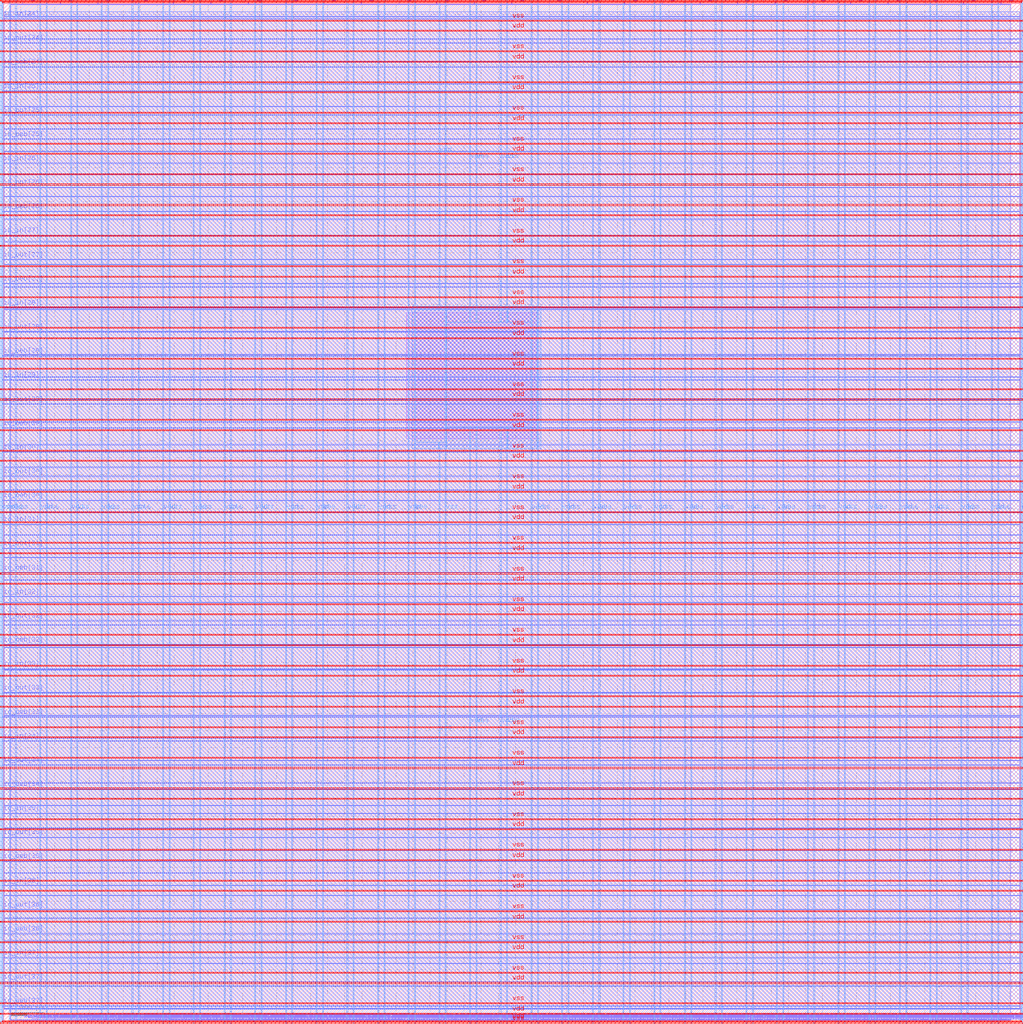
<source format=lef>
VERSION 5.7 ;
  NOWIREEXTENSIONATPIN ON ;
  DIVIDERCHAR "/" ;
  BUSBITCHARS "[]" ;
MACRO user_project_wrapper
  CLASS BLOCK ;
  FOREIGN user_project_wrapper ;
  ORIGIN 0.000 0.000 ;
  SIZE 2980.200 BY 2980.200 ;
  PIN io_in[0]
    DIRECTION INPUT ;
    USE SIGNAL ;
    PORT
      LAYER Metal3 ;
        RECT 2977.800 35.560 2985.000 36.680 ;
    END
  END io_in[0]
  PIN io_in[10]
    DIRECTION INPUT ;
    USE SIGNAL ;
    PORT
      LAYER Metal3 ;
        RECT 2977.800 2017.960 2985.000 2019.080 ;
    END
  END io_in[10]
  PIN io_in[11]
    DIRECTION INPUT ;
    USE SIGNAL ;
    PORT
      LAYER Metal3 ;
        RECT 2977.800 2216.200 2985.000 2217.320 ;
    END
  END io_in[11]
  PIN io_in[12]
    DIRECTION INPUT ;
    USE SIGNAL ;
    PORT
      LAYER Metal3 ;
        RECT 2977.800 2414.440 2985.000 2415.560 ;
    END
  END io_in[12]
  PIN io_in[13]
    DIRECTION INPUT ;
    USE SIGNAL ;
    PORT
      LAYER Metal3 ;
        RECT 2977.800 2612.680 2985.000 2613.800 ;
    END
  END io_in[13]
  PIN io_in[14]
    DIRECTION INPUT ;
    USE SIGNAL ;
    PORT
      LAYER Metal3 ;
        RECT 2977.800 2810.920 2985.000 2812.040 ;
    END
  END io_in[14]
  PIN io_in[15]
    DIRECTION INPUT ;
    USE SIGNAL ;
    PORT
      LAYER Metal2 ;
        RECT 2923.480 2977.800 2924.600 2985.000 ;
    END
  END io_in[15]
  PIN io_in[16]
    DIRECTION INPUT ;
    USE SIGNAL ;
    PORT
      LAYER Metal2 ;
        RECT 2592.520 2977.800 2593.640 2985.000 ;
    END
  END io_in[16]
  PIN io_in[17]
    DIRECTION INPUT ;
    USE SIGNAL ;
    PORT
      LAYER Metal2 ;
        RECT 2261.560 2977.800 2262.680 2985.000 ;
    END
  END io_in[17]
  PIN io_in[18]
    DIRECTION INPUT ;
    USE SIGNAL ;
    PORT
      LAYER Metal2 ;
        RECT 1930.600 2977.800 1931.720 2985.000 ;
    END
  END io_in[18]
  PIN io_in[19]
    DIRECTION INPUT ;
    USE SIGNAL ;
    PORT
      LAYER Metal2 ;
        RECT 1599.640 2977.800 1600.760 2985.000 ;
    END
  END io_in[19]
  PIN io_in[1]
    DIRECTION INPUT ;
    USE SIGNAL ;
    PORT
      LAYER Metal3 ;
        RECT 2977.800 233.800 2985.000 234.920 ;
    END
  END io_in[1]
  PIN io_in[20]
    DIRECTION INPUT ;
    USE SIGNAL ;
    PORT
      LAYER Metal2 ;
        RECT 1268.680 2977.800 1269.800 2985.000 ;
    END
  END io_in[20]
  PIN io_in[21]
    DIRECTION INPUT ;
    USE SIGNAL ;
    PORT
      LAYER Metal2 ;
        RECT 937.720 2977.800 938.840 2985.000 ;
    END
  END io_in[21]
  PIN io_in[22]
    DIRECTION INPUT ;
    USE SIGNAL ;
    PORT
      LAYER Metal2 ;
        RECT 606.760 2977.800 607.880 2985.000 ;
    END
  END io_in[22]
  PIN io_in[23]
    DIRECTION INPUT ;
    USE SIGNAL ;
    PORT
      LAYER Metal2 ;
        RECT 275.800 2977.800 276.920 2985.000 ;
    END
  END io_in[23]
  PIN io_in[24]
    DIRECTION INPUT ;
    USE SIGNAL ;
    PORT
      LAYER Metal3 ;
        RECT -4.800 2935.800 2.400 2936.920 ;
    END
  END io_in[24]
  PIN io_in[25]
    DIRECTION INPUT ;
    USE SIGNAL ;
    PORT
      LAYER Metal3 ;
        RECT -4.800 2724.120 2.400 2725.240 ;
    END
  END io_in[25]
  PIN io_in[26]
    DIRECTION INPUT ;
    USE SIGNAL ;
    PORT
      LAYER Metal3 ;
        RECT -4.800 2512.440 2.400 2513.560 ;
    END
  END io_in[26]
  PIN io_in[27]
    DIRECTION INPUT ;
    USE SIGNAL ;
    PORT
      LAYER Metal3 ;
        RECT -4.800 2300.760 2.400 2301.880 ;
    END
  END io_in[27]
  PIN io_in[28]
    DIRECTION INPUT ;
    USE SIGNAL ;
    PORT
      LAYER Metal3 ;
        RECT -4.800 2089.080 2.400 2090.200 ;
    END
  END io_in[28]
  PIN io_in[29]
    DIRECTION INPUT ;
    USE SIGNAL ;
    PORT
      LAYER Metal3 ;
        RECT -4.800 1877.400 2.400 1878.520 ;
    END
  END io_in[29]
  PIN io_in[2]
    DIRECTION INPUT ;
    USE SIGNAL ;
    PORT
      LAYER Metal3 ;
        RECT 2977.800 432.040 2985.000 433.160 ;
    END
  END io_in[2]
  PIN io_in[30]
    DIRECTION INPUT ;
    USE SIGNAL ;
    PORT
      LAYER Metal3 ;
        RECT -4.800 1665.720 2.400 1666.840 ;
    END
  END io_in[30]
  PIN io_in[31]
    DIRECTION INPUT ;
    USE SIGNAL ;
    PORT
      LAYER Metal3 ;
        RECT -4.800 1454.040 2.400 1455.160 ;
    END
  END io_in[31]
  PIN io_in[32]
    DIRECTION INPUT ;
    USE SIGNAL ;
    PORT
      LAYER Metal3 ;
        RECT -4.800 1242.360 2.400 1243.480 ;
    END
  END io_in[32]
  PIN io_in[33]
    DIRECTION INPUT ;
    USE SIGNAL ;
    PORT
      LAYER Metal3 ;
        RECT -4.800 1030.680 2.400 1031.800 ;
    END
  END io_in[33]
  PIN io_in[34]
    DIRECTION INPUT ;
    USE SIGNAL ;
    PORT
      LAYER Metal3 ;
        RECT -4.800 819.000 2.400 820.120 ;
    END
  END io_in[34]
  PIN io_in[35]
    DIRECTION INPUT ;
    USE SIGNAL ;
    PORT
      LAYER Metal3 ;
        RECT -4.800 607.320 2.400 608.440 ;
    END
  END io_in[35]
  PIN io_in[36]
    DIRECTION INPUT ;
    USE SIGNAL ;
    PORT
      LAYER Metal3 ;
        RECT -4.800 395.640 2.400 396.760 ;
    END
  END io_in[36]
  PIN io_in[37]
    DIRECTION INPUT ;
    USE SIGNAL ;
    PORT
      LAYER Metal3 ;
        RECT -4.800 183.960 2.400 185.080 ;
    END
  END io_in[37]
  PIN io_in[3]
    DIRECTION INPUT ;
    USE SIGNAL ;
    PORT
      LAYER Metal3 ;
        RECT 2977.800 630.280 2985.000 631.400 ;
    END
  END io_in[3]
  PIN io_in[4]
    DIRECTION INPUT ;
    USE SIGNAL ;
    PORT
      LAYER Metal3 ;
        RECT 2977.800 828.520 2985.000 829.640 ;
    END
  END io_in[4]
  PIN io_in[5]
    DIRECTION INPUT ;
    USE SIGNAL ;
    PORT
      LAYER Metal3 ;
        RECT 2977.800 1026.760 2985.000 1027.880 ;
    END
  END io_in[5]
  PIN io_in[6]
    DIRECTION INPUT ;
    USE SIGNAL ;
    PORT
      LAYER Metal3 ;
        RECT 2977.800 1225.000 2985.000 1226.120 ;
    END
  END io_in[6]
  PIN io_in[7]
    DIRECTION INPUT ;
    USE SIGNAL ;
    PORT
      LAYER Metal3 ;
        RECT 2977.800 1423.240 2985.000 1424.360 ;
    END
  END io_in[7]
  PIN io_in[8]
    DIRECTION INPUT ;
    USE SIGNAL ;
    PORT
      LAYER Metal3 ;
        RECT 2977.800 1621.480 2985.000 1622.600 ;
    END
  END io_in[8]
  PIN io_in[9]
    DIRECTION INPUT ;
    USE SIGNAL ;
    PORT
      LAYER Metal3 ;
        RECT 2977.800 1819.720 2985.000 1820.840 ;
    END
  END io_in[9]
  PIN io_oeb[0]
    DIRECTION OUTPUT TRISTATE ;
    USE SIGNAL ;
    PORT
      LAYER Metal3 ;
        RECT 2977.800 167.720 2985.000 168.840 ;
    END
  END io_oeb[0]
  PIN io_oeb[10]
    DIRECTION OUTPUT TRISTATE ;
    USE SIGNAL ;
    PORT
      LAYER Metal3 ;
        RECT 2977.800 2150.120 2985.000 2151.240 ;
    END
  END io_oeb[10]
  PIN io_oeb[11]
    DIRECTION OUTPUT TRISTATE ;
    USE SIGNAL ;
    PORT
      LAYER Metal3 ;
        RECT 2977.800 2348.360 2985.000 2349.480 ;
    END
  END io_oeb[11]
  PIN io_oeb[12]
    DIRECTION OUTPUT TRISTATE ;
    USE SIGNAL ;
    PORT
      LAYER Metal3 ;
        RECT 2977.800 2546.600 2985.000 2547.720 ;
    END
  END io_oeb[12]
  PIN io_oeb[13]
    DIRECTION OUTPUT TRISTATE ;
    USE SIGNAL ;
    PORT
      LAYER Metal3 ;
        RECT 2977.800 2744.840 2985.000 2745.960 ;
    END
  END io_oeb[13]
  PIN io_oeb[14]
    DIRECTION OUTPUT TRISTATE ;
    USE SIGNAL ;
    PORT
      LAYER Metal3 ;
        RECT 2977.800 2943.080 2985.000 2944.200 ;
    END
  END io_oeb[14]
  PIN io_oeb[15]
    DIRECTION OUTPUT TRISTATE ;
    USE SIGNAL ;
    PORT
      LAYER Metal2 ;
        RECT 2702.840 2977.800 2703.960 2985.000 ;
    END
  END io_oeb[15]
  PIN io_oeb[16]
    DIRECTION OUTPUT TRISTATE ;
    USE SIGNAL ;
    PORT
      LAYER Metal2 ;
        RECT 2371.880 2977.800 2373.000 2985.000 ;
    END
  END io_oeb[16]
  PIN io_oeb[17]
    DIRECTION OUTPUT TRISTATE ;
    USE SIGNAL ;
    PORT
      LAYER Metal2 ;
        RECT 2040.920 2977.800 2042.040 2985.000 ;
    END
  END io_oeb[17]
  PIN io_oeb[18]
    DIRECTION OUTPUT TRISTATE ;
    USE SIGNAL ;
    PORT
      LAYER Metal2 ;
        RECT 1709.960 2977.800 1711.080 2985.000 ;
    END
  END io_oeb[18]
  PIN io_oeb[19]
    DIRECTION OUTPUT TRISTATE ;
    USE SIGNAL ;
    PORT
      LAYER Metal2 ;
        RECT 1379.000 2977.800 1380.120 2985.000 ;
    END
  END io_oeb[19]
  PIN io_oeb[1]
    DIRECTION OUTPUT TRISTATE ;
    USE SIGNAL ;
    PORT
      LAYER Metal3 ;
        RECT 2977.800 365.960 2985.000 367.080 ;
    END
  END io_oeb[1]
  PIN io_oeb[20]
    DIRECTION OUTPUT TRISTATE ;
    USE SIGNAL ;
    PORT
      LAYER Metal2 ;
        RECT 1048.040 2977.800 1049.160 2985.000 ;
    END
  END io_oeb[20]
  PIN io_oeb[21]
    DIRECTION OUTPUT TRISTATE ;
    USE SIGNAL ;
    PORT
      LAYER Metal2 ;
        RECT 717.080 2977.800 718.200 2985.000 ;
    END
  END io_oeb[21]
  PIN io_oeb[22]
    DIRECTION OUTPUT TRISTATE ;
    USE SIGNAL ;
    PORT
      LAYER Metal2 ;
        RECT 386.120 2977.800 387.240 2985.000 ;
    END
  END io_oeb[22]
  PIN io_oeb[23]
    DIRECTION OUTPUT TRISTATE ;
    USE SIGNAL ;
    PORT
      LAYER Metal2 ;
        RECT 55.160 2977.800 56.280 2985.000 ;
    END
  END io_oeb[23]
  PIN io_oeb[24]
    DIRECTION OUTPUT TRISTATE ;
    USE SIGNAL ;
    PORT
      LAYER Metal3 ;
        RECT -4.800 2794.680 2.400 2795.800 ;
    END
  END io_oeb[24]
  PIN io_oeb[25]
    DIRECTION OUTPUT TRISTATE ;
    USE SIGNAL ;
    PORT
      LAYER Metal3 ;
        RECT -4.800 2583.000 2.400 2584.120 ;
    END
  END io_oeb[25]
  PIN io_oeb[26]
    DIRECTION OUTPUT TRISTATE ;
    USE SIGNAL ;
    PORT
      LAYER Metal3 ;
        RECT -4.800 2371.320 2.400 2372.440 ;
    END
  END io_oeb[26]
  PIN io_oeb[27]
    DIRECTION OUTPUT TRISTATE ;
    USE SIGNAL ;
    PORT
      LAYER Metal3 ;
        RECT -4.800 2159.640 2.400 2160.760 ;
    END
  END io_oeb[27]
  PIN io_oeb[28]
    DIRECTION OUTPUT TRISTATE ;
    USE SIGNAL ;
    PORT
      LAYER Metal3 ;
        RECT -4.800 1947.960 2.400 1949.080 ;
    END
  END io_oeb[28]
  PIN io_oeb[29]
    DIRECTION OUTPUT TRISTATE ;
    USE SIGNAL ;
    PORT
      LAYER Metal3 ;
        RECT -4.800 1736.280 2.400 1737.400 ;
    END
  END io_oeb[29]
  PIN io_oeb[2]
    DIRECTION OUTPUT TRISTATE ;
    USE SIGNAL ;
    PORT
      LAYER Metal3 ;
        RECT 2977.800 564.200 2985.000 565.320 ;
    END
  END io_oeb[2]
  PIN io_oeb[30]
    DIRECTION OUTPUT TRISTATE ;
    USE SIGNAL ;
    PORT
      LAYER Metal3 ;
        RECT -4.800 1524.600 2.400 1525.720 ;
    END
  END io_oeb[30]
  PIN io_oeb[31]
    DIRECTION OUTPUT TRISTATE ;
    USE SIGNAL ;
    PORT
      LAYER Metal3 ;
        RECT -4.800 1312.920 2.400 1314.040 ;
    END
  END io_oeb[31]
  PIN io_oeb[32]
    DIRECTION OUTPUT TRISTATE ;
    USE SIGNAL ;
    PORT
      LAYER Metal3 ;
        RECT -4.800 1101.240 2.400 1102.360 ;
    END
  END io_oeb[32]
  PIN io_oeb[33]
    DIRECTION OUTPUT TRISTATE ;
    USE SIGNAL ;
    PORT
      LAYER Metal3 ;
        RECT -4.800 889.560 2.400 890.680 ;
    END
  END io_oeb[33]
  PIN io_oeb[34]
    DIRECTION OUTPUT TRISTATE ;
    USE SIGNAL ;
    PORT
      LAYER Metal3 ;
        RECT -4.800 677.880 2.400 679.000 ;
    END
  END io_oeb[34]
  PIN io_oeb[35]
    DIRECTION OUTPUT TRISTATE ;
    USE SIGNAL ;
    PORT
      LAYER Metal3 ;
        RECT -4.800 466.200 2.400 467.320 ;
    END
  END io_oeb[35]
  PIN io_oeb[36]
    DIRECTION OUTPUT TRISTATE ;
    USE SIGNAL ;
    PORT
      LAYER Metal3 ;
        RECT -4.800 254.520 2.400 255.640 ;
    END
  END io_oeb[36]
  PIN io_oeb[37]
    DIRECTION OUTPUT TRISTATE ;
    USE SIGNAL ;
    PORT
      LAYER Metal3 ;
        RECT -4.800 42.840 2.400 43.960 ;
    END
  END io_oeb[37]
  PIN io_oeb[3]
    DIRECTION OUTPUT TRISTATE ;
    USE SIGNAL ;
    PORT
      LAYER Metal3 ;
        RECT 2977.800 762.440 2985.000 763.560 ;
    END
  END io_oeb[3]
  PIN io_oeb[4]
    DIRECTION OUTPUT TRISTATE ;
    USE SIGNAL ;
    PORT
      LAYER Metal3 ;
        RECT 2977.800 960.680 2985.000 961.800 ;
    END
  END io_oeb[4]
  PIN io_oeb[5]
    DIRECTION OUTPUT TRISTATE ;
    USE SIGNAL ;
    PORT
      LAYER Metal3 ;
        RECT 2977.800 1158.920 2985.000 1160.040 ;
    END
  END io_oeb[5]
  PIN io_oeb[6]
    DIRECTION OUTPUT TRISTATE ;
    USE SIGNAL ;
    PORT
      LAYER Metal3 ;
        RECT 2977.800 1357.160 2985.000 1358.280 ;
    END
  END io_oeb[6]
  PIN io_oeb[7]
    DIRECTION OUTPUT TRISTATE ;
    USE SIGNAL ;
    PORT
      LAYER Metal3 ;
        RECT 2977.800 1555.400 2985.000 1556.520 ;
    END
  END io_oeb[7]
  PIN io_oeb[8]
    DIRECTION OUTPUT TRISTATE ;
    USE SIGNAL ;
    PORT
      LAYER Metal3 ;
        RECT 2977.800 1753.640 2985.000 1754.760 ;
    END
  END io_oeb[8]
  PIN io_oeb[9]
    DIRECTION OUTPUT TRISTATE ;
    USE SIGNAL ;
    PORT
      LAYER Metal3 ;
        RECT 2977.800 1951.880 2985.000 1953.000 ;
    END
  END io_oeb[9]
  PIN io_out[0]
    DIRECTION OUTPUT TRISTATE ;
    USE SIGNAL ;
    PORT
      LAYER Metal3 ;
        RECT 2977.800 101.640 2985.000 102.760 ;
    END
  END io_out[0]
  PIN io_out[10]
    DIRECTION OUTPUT TRISTATE ;
    USE SIGNAL ;
    PORT
      LAYER Metal3 ;
        RECT 2977.800 2084.040 2985.000 2085.160 ;
    END
  END io_out[10]
  PIN io_out[11]
    DIRECTION OUTPUT TRISTATE ;
    USE SIGNAL ;
    PORT
      LAYER Metal3 ;
        RECT 2977.800 2282.280 2985.000 2283.400 ;
    END
  END io_out[11]
  PIN io_out[12]
    DIRECTION OUTPUT TRISTATE ;
    USE SIGNAL ;
    PORT
      LAYER Metal3 ;
        RECT 2977.800 2480.520 2985.000 2481.640 ;
    END
  END io_out[12]
  PIN io_out[13]
    DIRECTION OUTPUT TRISTATE ;
    USE SIGNAL ;
    PORT
      LAYER Metal3 ;
        RECT 2977.800 2678.760 2985.000 2679.880 ;
    END
  END io_out[13]
  PIN io_out[14]
    DIRECTION OUTPUT TRISTATE ;
    USE SIGNAL ;
    PORT
      LAYER Metal3 ;
        RECT 2977.800 2877.000 2985.000 2878.120 ;
    END
  END io_out[14]
  PIN io_out[15]
    DIRECTION OUTPUT TRISTATE ;
    USE SIGNAL ;
    PORT
      LAYER Metal2 ;
        RECT 2813.160 2977.800 2814.280 2985.000 ;
    END
  END io_out[15]
  PIN io_out[16]
    DIRECTION OUTPUT TRISTATE ;
    USE SIGNAL ;
    PORT
      LAYER Metal2 ;
        RECT 2482.200 2977.800 2483.320 2985.000 ;
    END
  END io_out[16]
  PIN io_out[17]
    DIRECTION OUTPUT TRISTATE ;
    USE SIGNAL ;
    PORT
      LAYER Metal2 ;
        RECT 2151.240 2977.800 2152.360 2985.000 ;
    END
  END io_out[17]
  PIN io_out[18]
    DIRECTION OUTPUT TRISTATE ;
    USE SIGNAL ;
    PORT
      LAYER Metal2 ;
        RECT 1820.280 2977.800 1821.400 2985.000 ;
    END
  END io_out[18]
  PIN io_out[19]
    DIRECTION OUTPUT TRISTATE ;
    USE SIGNAL ;
    PORT
      LAYER Metal2 ;
        RECT 1489.320 2977.800 1490.440 2985.000 ;
    END
  END io_out[19]
  PIN io_out[1]
    DIRECTION OUTPUT TRISTATE ;
    USE SIGNAL ;
    PORT
      LAYER Metal3 ;
        RECT 2977.800 299.880 2985.000 301.000 ;
    END
  END io_out[1]
  PIN io_out[20]
    DIRECTION OUTPUT TRISTATE ;
    USE SIGNAL ;
    PORT
      LAYER Metal2 ;
        RECT 1158.360 2977.800 1159.480 2985.000 ;
    END
  END io_out[20]
  PIN io_out[21]
    DIRECTION OUTPUT TRISTATE ;
    USE SIGNAL ;
    PORT
      LAYER Metal2 ;
        RECT 827.400 2977.800 828.520 2985.000 ;
    END
  END io_out[21]
  PIN io_out[22]
    DIRECTION OUTPUT TRISTATE ;
    USE SIGNAL ;
    PORT
      LAYER Metal2 ;
        RECT 496.440 2977.800 497.560 2985.000 ;
    END
  END io_out[22]
  PIN io_out[23]
    DIRECTION OUTPUT TRISTATE ;
    USE SIGNAL ;
    PORT
      LAYER Metal2 ;
        RECT 165.480 2977.800 166.600 2985.000 ;
    END
  END io_out[23]
  PIN io_out[24]
    DIRECTION OUTPUT TRISTATE ;
    USE SIGNAL ;
    PORT
      LAYER Metal3 ;
        RECT -4.800 2865.240 2.400 2866.360 ;
    END
  END io_out[24]
  PIN io_out[25]
    DIRECTION OUTPUT TRISTATE ;
    USE SIGNAL ;
    PORT
      LAYER Metal3 ;
        RECT -4.800 2653.560 2.400 2654.680 ;
    END
  END io_out[25]
  PIN io_out[26]
    DIRECTION OUTPUT TRISTATE ;
    USE SIGNAL ;
    PORT
      LAYER Metal3 ;
        RECT -4.800 2441.880 2.400 2443.000 ;
    END
  END io_out[26]
  PIN io_out[27]
    DIRECTION OUTPUT TRISTATE ;
    USE SIGNAL ;
    PORT
      LAYER Metal3 ;
        RECT -4.800 2230.200 2.400 2231.320 ;
    END
  END io_out[27]
  PIN io_out[28]
    DIRECTION OUTPUT TRISTATE ;
    USE SIGNAL ;
    PORT
      LAYER Metal3 ;
        RECT -4.800 2018.520 2.400 2019.640 ;
    END
  END io_out[28]
  PIN io_out[29]
    DIRECTION OUTPUT TRISTATE ;
    USE SIGNAL ;
    PORT
      LAYER Metal3 ;
        RECT -4.800 1806.840 2.400 1807.960 ;
    END
  END io_out[29]
  PIN io_out[2]
    DIRECTION OUTPUT TRISTATE ;
    USE SIGNAL ;
    PORT
      LAYER Metal3 ;
        RECT 2977.800 498.120 2985.000 499.240 ;
    END
  END io_out[2]
  PIN io_out[30]
    DIRECTION OUTPUT TRISTATE ;
    USE SIGNAL ;
    PORT
      LAYER Metal3 ;
        RECT -4.800 1595.160 2.400 1596.280 ;
    END
  END io_out[30]
  PIN io_out[31]
    DIRECTION OUTPUT TRISTATE ;
    USE SIGNAL ;
    PORT
      LAYER Metal3 ;
        RECT -4.800 1383.480 2.400 1384.600 ;
    END
  END io_out[31]
  PIN io_out[32]
    DIRECTION OUTPUT TRISTATE ;
    USE SIGNAL ;
    PORT
      LAYER Metal3 ;
        RECT -4.800 1171.800 2.400 1172.920 ;
    END
  END io_out[32]
  PIN io_out[33]
    DIRECTION OUTPUT TRISTATE ;
    USE SIGNAL ;
    PORT
      LAYER Metal3 ;
        RECT -4.800 960.120 2.400 961.240 ;
    END
  END io_out[33]
  PIN io_out[34]
    DIRECTION OUTPUT TRISTATE ;
    USE SIGNAL ;
    PORT
      LAYER Metal3 ;
        RECT -4.800 748.440 2.400 749.560 ;
    END
  END io_out[34]
  PIN io_out[35]
    DIRECTION OUTPUT TRISTATE ;
    USE SIGNAL ;
    PORT
      LAYER Metal3 ;
        RECT -4.800 536.760 2.400 537.880 ;
    END
  END io_out[35]
  PIN io_out[36]
    DIRECTION OUTPUT TRISTATE ;
    USE SIGNAL ;
    PORT
      LAYER Metal3 ;
        RECT -4.800 325.080 2.400 326.200 ;
    END
  END io_out[36]
  PIN io_out[37]
    DIRECTION OUTPUT TRISTATE ;
    USE SIGNAL ;
    PORT
      LAYER Metal3 ;
        RECT -4.800 113.400 2.400 114.520 ;
    END
  END io_out[37]
  PIN io_out[3]
    DIRECTION OUTPUT TRISTATE ;
    USE SIGNAL ;
    PORT
      LAYER Metal3 ;
        RECT 2977.800 696.360 2985.000 697.480 ;
    END
  END io_out[3]
  PIN io_out[4]
    DIRECTION OUTPUT TRISTATE ;
    USE SIGNAL ;
    PORT
      LAYER Metal3 ;
        RECT 2977.800 894.600 2985.000 895.720 ;
    END
  END io_out[4]
  PIN io_out[5]
    DIRECTION OUTPUT TRISTATE ;
    USE SIGNAL ;
    PORT
      LAYER Metal3 ;
        RECT 2977.800 1092.840 2985.000 1093.960 ;
    END
  END io_out[5]
  PIN io_out[6]
    DIRECTION OUTPUT TRISTATE ;
    USE SIGNAL ;
    PORT
      LAYER Metal3 ;
        RECT 2977.800 1291.080 2985.000 1292.200 ;
    END
  END io_out[6]
  PIN io_out[7]
    DIRECTION OUTPUT TRISTATE ;
    USE SIGNAL ;
    PORT
      LAYER Metal3 ;
        RECT 2977.800 1489.320 2985.000 1490.440 ;
    END
  END io_out[7]
  PIN io_out[8]
    DIRECTION OUTPUT TRISTATE ;
    USE SIGNAL ;
    PORT
      LAYER Metal3 ;
        RECT 2977.800 1687.560 2985.000 1688.680 ;
    END
  END io_out[8]
  PIN io_out[9]
    DIRECTION OUTPUT TRISTATE ;
    USE SIGNAL ;
    PORT
      LAYER Metal3 ;
        RECT 2977.800 1885.800 2985.000 1886.920 ;
    END
  END io_out[9]
  PIN la_data_in[0]
    DIRECTION INPUT ;
    USE SIGNAL ;
    PORT
      LAYER Metal2 ;
        RECT 1065.960 -4.800 1067.080 2.400 ;
    END
  END la_data_in[0]
  PIN la_data_in[10]
    DIRECTION INPUT ;
    USE SIGNAL ;
    PORT
      LAYER Metal2 ;
        RECT 1351.560 -4.800 1352.680 2.400 ;
    END
  END la_data_in[10]
  PIN la_data_in[11]
    DIRECTION INPUT ;
    USE SIGNAL ;
    PORT
      LAYER Metal2 ;
        RECT 1380.120 -4.800 1381.240 2.400 ;
    END
  END la_data_in[11]
  PIN la_data_in[12]
    DIRECTION INPUT ;
    USE SIGNAL ;
    PORT
      LAYER Metal2 ;
        RECT 1408.680 -4.800 1409.800 2.400 ;
    END
  END la_data_in[12]
  PIN la_data_in[13]
    DIRECTION INPUT ;
    USE SIGNAL ;
    PORT
      LAYER Metal2 ;
        RECT 1437.240 -4.800 1438.360 2.400 ;
    END
  END la_data_in[13]
  PIN la_data_in[14]
    DIRECTION INPUT ;
    USE SIGNAL ;
    PORT
      LAYER Metal2 ;
        RECT 1465.800 -4.800 1466.920 2.400 ;
    END
  END la_data_in[14]
  PIN la_data_in[15]
    DIRECTION INPUT ;
    USE SIGNAL ;
    PORT
      LAYER Metal2 ;
        RECT 1494.360 -4.800 1495.480 2.400 ;
    END
  END la_data_in[15]
  PIN la_data_in[16]
    DIRECTION INPUT ;
    USE SIGNAL ;
    PORT
      LAYER Metal2 ;
        RECT 1522.920 -4.800 1524.040 2.400 ;
    END
  END la_data_in[16]
  PIN la_data_in[17]
    DIRECTION INPUT ;
    USE SIGNAL ;
    PORT
      LAYER Metal2 ;
        RECT 1551.480 -4.800 1552.600 2.400 ;
    END
  END la_data_in[17]
  PIN la_data_in[18]
    DIRECTION INPUT ;
    USE SIGNAL ;
    PORT
      LAYER Metal2 ;
        RECT 1580.040 -4.800 1581.160 2.400 ;
    END
  END la_data_in[18]
  PIN la_data_in[19]
    DIRECTION INPUT ;
    USE SIGNAL ;
    PORT
      LAYER Metal2 ;
        RECT 1608.600 -4.800 1609.720 2.400 ;
    END
  END la_data_in[19]
  PIN la_data_in[1]
    DIRECTION INPUT ;
    USE SIGNAL ;
    PORT
      LAYER Metal2 ;
        RECT 1094.520 -4.800 1095.640 2.400 ;
    END
  END la_data_in[1]
  PIN la_data_in[20]
    DIRECTION INPUT ;
    USE SIGNAL ;
    PORT
      LAYER Metal2 ;
        RECT 1637.160 -4.800 1638.280 2.400 ;
    END
  END la_data_in[20]
  PIN la_data_in[21]
    DIRECTION INPUT ;
    USE SIGNAL ;
    PORT
      LAYER Metal2 ;
        RECT 1665.720 -4.800 1666.840 2.400 ;
    END
  END la_data_in[21]
  PIN la_data_in[22]
    DIRECTION INPUT ;
    USE SIGNAL ;
    PORT
      LAYER Metal2 ;
        RECT 1694.280 -4.800 1695.400 2.400 ;
    END
  END la_data_in[22]
  PIN la_data_in[23]
    DIRECTION INPUT ;
    USE SIGNAL ;
    PORT
      LAYER Metal2 ;
        RECT 1722.840 -4.800 1723.960 2.400 ;
    END
  END la_data_in[23]
  PIN la_data_in[24]
    DIRECTION INPUT ;
    USE SIGNAL ;
    PORT
      LAYER Metal2 ;
        RECT 1751.400 -4.800 1752.520 2.400 ;
    END
  END la_data_in[24]
  PIN la_data_in[25]
    DIRECTION INPUT ;
    USE SIGNAL ;
    PORT
      LAYER Metal2 ;
        RECT 1779.960 -4.800 1781.080 2.400 ;
    END
  END la_data_in[25]
  PIN la_data_in[26]
    DIRECTION INPUT ;
    USE SIGNAL ;
    PORT
      LAYER Metal2 ;
        RECT 1808.520 -4.800 1809.640 2.400 ;
    END
  END la_data_in[26]
  PIN la_data_in[27]
    DIRECTION INPUT ;
    USE SIGNAL ;
    PORT
      LAYER Metal2 ;
        RECT 1837.080 -4.800 1838.200 2.400 ;
    END
  END la_data_in[27]
  PIN la_data_in[28]
    DIRECTION INPUT ;
    USE SIGNAL ;
    PORT
      LAYER Metal2 ;
        RECT 1865.640 -4.800 1866.760 2.400 ;
    END
  END la_data_in[28]
  PIN la_data_in[29]
    DIRECTION INPUT ;
    USE SIGNAL ;
    PORT
      LAYER Metal2 ;
        RECT 1894.200 -4.800 1895.320 2.400 ;
    END
  END la_data_in[29]
  PIN la_data_in[2]
    DIRECTION INPUT ;
    USE SIGNAL ;
    PORT
      LAYER Metal2 ;
        RECT 1123.080 -4.800 1124.200 2.400 ;
    END
  END la_data_in[2]
  PIN la_data_in[30]
    DIRECTION INPUT ;
    USE SIGNAL ;
    PORT
      LAYER Metal2 ;
        RECT 1922.760 -4.800 1923.880 2.400 ;
    END
  END la_data_in[30]
  PIN la_data_in[31]
    DIRECTION INPUT ;
    USE SIGNAL ;
    PORT
      LAYER Metal2 ;
        RECT 1951.320 -4.800 1952.440 2.400 ;
    END
  END la_data_in[31]
  PIN la_data_in[32]
    DIRECTION INPUT ;
    USE SIGNAL ;
    PORT
      LAYER Metal2 ;
        RECT 1979.880 -4.800 1981.000 2.400 ;
    END
  END la_data_in[32]
  PIN la_data_in[33]
    DIRECTION INPUT ;
    USE SIGNAL ;
    PORT
      LAYER Metal2 ;
        RECT 2008.440 -4.800 2009.560 2.400 ;
    END
  END la_data_in[33]
  PIN la_data_in[34]
    DIRECTION INPUT ;
    USE SIGNAL ;
    PORT
      LAYER Metal2 ;
        RECT 2037.000 -4.800 2038.120 2.400 ;
    END
  END la_data_in[34]
  PIN la_data_in[35]
    DIRECTION INPUT ;
    USE SIGNAL ;
    PORT
      LAYER Metal2 ;
        RECT 2065.560 -4.800 2066.680 2.400 ;
    END
  END la_data_in[35]
  PIN la_data_in[36]
    DIRECTION INPUT ;
    USE SIGNAL ;
    PORT
      LAYER Metal2 ;
        RECT 2094.120 -4.800 2095.240 2.400 ;
    END
  END la_data_in[36]
  PIN la_data_in[37]
    DIRECTION INPUT ;
    USE SIGNAL ;
    PORT
      LAYER Metal2 ;
        RECT 2122.680 -4.800 2123.800 2.400 ;
    END
  END la_data_in[37]
  PIN la_data_in[38]
    DIRECTION INPUT ;
    USE SIGNAL ;
    PORT
      LAYER Metal2 ;
        RECT 2151.240 -4.800 2152.360 2.400 ;
    END
  END la_data_in[38]
  PIN la_data_in[39]
    DIRECTION INPUT ;
    USE SIGNAL ;
    PORT
      LAYER Metal2 ;
        RECT 2179.800 -4.800 2180.920 2.400 ;
    END
  END la_data_in[39]
  PIN la_data_in[3]
    DIRECTION INPUT ;
    USE SIGNAL ;
    PORT
      LAYER Metal2 ;
        RECT 1151.640 -4.800 1152.760 2.400 ;
    END
  END la_data_in[3]
  PIN la_data_in[40]
    DIRECTION INPUT ;
    USE SIGNAL ;
    PORT
      LAYER Metal2 ;
        RECT 2208.360 -4.800 2209.480 2.400 ;
    END
  END la_data_in[40]
  PIN la_data_in[41]
    DIRECTION INPUT ;
    USE SIGNAL ;
    PORT
      LAYER Metal2 ;
        RECT 2236.920 -4.800 2238.040 2.400 ;
    END
  END la_data_in[41]
  PIN la_data_in[42]
    DIRECTION INPUT ;
    USE SIGNAL ;
    PORT
      LAYER Metal2 ;
        RECT 2265.480 -4.800 2266.600 2.400 ;
    END
  END la_data_in[42]
  PIN la_data_in[43]
    DIRECTION INPUT ;
    USE SIGNAL ;
    PORT
      LAYER Metal2 ;
        RECT 2294.040 -4.800 2295.160 2.400 ;
    END
  END la_data_in[43]
  PIN la_data_in[44]
    DIRECTION INPUT ;
    USE SIGNAL ;
    PORT
      LAYER Metal2 ;
        RECT 2322.600 -4.800 2323.720 2.400 ;
    END
  END la_data_in[44]
  PIN la_data_in[45]
    DIRECTION INPUT ;
    USE SIGNAL ;
    PORT
      LAYER Metal2 ;
        RECT 2351.160 -4.800 2352.280 2.400 ;
    END
  END la_data_in[45]
  PIN la_data_in[46]
    DIRECTION INPUT ;
    USE SIGNAL ;
    PORT
      LAYER Metal2 ;
        RECT 2379.720 -4.800 2380.840 2.400 ;
    END
  END la_data_in[46]
  PIN la_data_in[47]
    DIRECTION INPUT ;
    USE SIGNAL ;
    PORT
      LAYER Metal2 ;
        RECT 2408.280 -4.800 2409.400 2.400 ;
    END
  END la_data_in[47]
  PIN la_data_in[48]
    DIRECTION INPUT ;
    USE SIGNAL ;
    PORT
      LAYER Metal2 ;
        RECT 2436.840 -4.800 2437.960 2.400 ;
    END
  END la_data_in[48]
  PIN la_data_in[49]
    DIRECTION INPUT ;
    USE SIGNAL ;
    PORT
      LAYER Metal2 ;
        RECT 2465.400 -4.800 2466.520 2.400 ;
    END
  END la_data_in[49]
  PIN la_data_in[4]
    DIRECTION INPUT ;
    USE SIGNAL ;
    PORT
      LAYER Metal2 ;
        RECT 1180.200 -4.800 1181.320 2.400 ;
    END
  END la_data_in[4]
  PIN la_data_in[50]
    DIRECTION INPUT ;
    USE SIGNAL ;
    PORT
      LAYER Metal2 ;
        RECT 2493.960 -4.800 2495.080 2.400 ;
    END
  END la_data_in[50]
  PIN la_data_in[51]
    DIRECTION INPUT ;
    USE SIGNAL ;
    PORT
      LAYER Metal2 ;
        RECT 2522.520 -4.800 2523.640 2.400 ;
    END
  END la_data_in[51]
  PIN la_data_in[52]
    DIRECTION INPUT ;
    USE SIGNAL ;
    PORT
      LAYER Metal2 ;
        RECT 2551.080 -4.800 2552.200 2.400 ;
    END
  END la_data_in[52]
  PIN la_data_in[53]
    DIRECTION INPUT ;
    USE SIGNAL ;
    PORT
      LAYER Metal2 ;
        RECT 2579.640 -4.800 2580.760 2.400 ;
    END
  END la_data_in[53]
  PIN la_data_in[54]
    DIRECTION INPUT ;
    USE SIGNAL ;
    PORT
      LAYER Metal2 ;
        RECT 2608.200 -4.800 2609.320 2.400 ;
    END
  END la_data_in[54]
  PIN la_data_in[55]
    DIRECTION INPUT ;
    USE SIGNAL ;
    PORT
      LAYER Metal2 ;
        RECT 2636.760 -4.800 2637.880 2.400 ;
    END
  END la_data_in[55]
  PIN la_data_in[56]
    DIRECTION INPUT ;
    USE SIGNAL ;
    PORT
      LAYER Metal2 ;
        RECT 2665.320 -4.800 2666.440 2.400 ;
    END
  END la_data_in[56]
  PIN la_data_in[57]
    DIRECTION INPUT ;
    USE SIGNAL ;
    PORT
      LAYER Metal2 ;
        RECT 2693.880 -4.800 2695.000 2.400 ;
    END
  END la_data_in[57]
  PIN la_data_in[58]
    DIRECTION INPUT ;
    USE SIGNAL ;
    PORT
      LAYER Metal2 ;
        RECT 2722.440 -4.800 2723.560 2.400 ;
    END
  END la_data_in[58]
  PIN la_data_in[59]
    DIRECTION INPUT ;
    USE SIGNAL ;
    PORT
      LAYER Metal2 ;
        RECT 2751.000 -4.800 2752.120 2.400 ;
    END
  END la_data_in[59]
  PIN la_data_in[5]
    DIRECTION INPUT ;
    USE SIGNAL ;
    PORT
      LAYER Metal2 ;
        RECT 1208.760 -4.800 1209.880 2.400 ;
    END
  END la_data_in[5]
  PIN la_data_in[60]
    DIRECTION INPUT ;
    USE SIGNAL ;
    PORT
      LAYER Metal2 ;
        RECT 2779.560 -4.800 2780.680 2.400 ;
    END
  END la_data_in[60]
  PIN la_data_in[61]
    DIRECTION INPUT ;
    USE SIGNAL ;
    PORT
      LAYER Metal2 ;
        RECT 2808.120 -4.800 2809.240 2.400 ;
    END
  END la_data_in[61]
  PIN la_data_in[62]
    DIRECTION INPUT ;
    USE SIGNAL ;
    PORT
      LAYER Metal2 ;
        RECT 2836.680 -4.800 2837.800 2.400 ;
    END
  END la_data_in[62]
  PIN la_data_in[63]
    DIRECTION INPUT ;
    USE SIGNAL ;
    PORT
      LAYER Metal2 ;
        RECT 2865.240 -4.800 2866.360 2.400 ;
    END
  END la_data_in[63]
  PIN la_data_in[6]
    DIRECTION INPUT ;
    USE SIGNAL ;
    PORT
      LAYER Metal2 ;
        RECT 1237.320 -4.800 1238.440 2.400 ;
    END
  END la_data_in[6]
  PIN la_data_in[7]
    DIRECTION INPUT ;
    USE SIGNAL ;
    PORT
      LAYER Metal2 ;
        RECT 1265.880 -4.800 1267.000 2.400 ;
    END
  END la_data_in[7]
  PIN la_data_in[8]
    DIRECTION INPUT ;
    USE SIGNAL ;
    PORT
      LAYER Metal2 ;
        RECT 1294.440 -4.800 1295.560 2.400 ;
    END
  END la_data_in[8]
  PIN la_data_in[9]
    DIRECTION INPUT ;
    USE SIGNAL ;
    PORT
      LAYER Metal2 ;
        RECT 1323.000 -4.800 1324.120 2.400 ;
    END
  END la_data_in[9]
  PIN la_data_out[0]
    DIRECTION OUTPUT TRISTATE ;
    USE SIGNAL ;
    PORT
      LAYER Metal2 ;
        RECT 1075.480 -4.800 1076.600 2.400 ;
    END
  END la_data_out[0]
  PIN la_data_out[10]
    DIRECTION OUTPUT TRISTATE ;
    USE SIGNAL ;
    PORT
      LAYER Metal2 ;
        RECT 1361.080 -4.800 1362.200 2.400 ;
    END
  END la_data_out[10]
  PIN la_data_out[11]
    DIRECTION OUTPUT TRISTATE ;
    USE SIGNAL ;
    PORT
      LAYER Metal2 ;
        RECT 1389.640 -4.800 1390.760 2.400 ;
    END
  END la_data_out[11]
  PIN la_data_out[12]
    DIRECTION OUTPUT TRISTATE ;
    USE SIGNAL ;
    PORT
      LAYER Metal2 ;
        RECT 1418.200 -4.800 1419.320 2.400 ;
    END
  END la_data_out[12]
  PIN la_data_out[13]
    DIRECTION OUTPUT TRISTATE ;
    USE SIGNAL ;
    PORT
      LAYER Metal2 ;
        RECT 1446.760 -4.800 1447.880 2.400 ;
    END
  END la_data_out[13]
  PIN la_data_out[14]
    DIRECTION OUTPUT TRISTATE ;
    USE SIGNAL ;
    PORT
      LAYER Metal2 ;
        RECT 1475.320 -4.800 1476.440 2.400 ;
    END
  END la_data_out[14]
  PIN la_data_out[15]
    DIRECTION OUTPUT TRISTATE ;
    USE SIGNAL ;
    PORT
      LAYER Metal2 ;
        RECT 1503.880 -4.800 1505.000 2.400 ;
    END
  END la_data_out[15]
  PIN la_data_out[16]
    DIRECTION OUTPUT TRISTATE ;
    USE SIGNAL ;
    PORT
      LAYER Metal2 ;
        RECT 1532.440 -4.800 1533.560 2.400 ;
    END
  END la_data_out[16]
  PIN la_data_out[17]
    DIRECTION OUTPUT TRISTATE ;
    USE SIGNAL ;
    PORT
      LAYER Metal2 ;
        RECT 1561.000 -4.800 1562.120 2.400 ;
    END
  END la_data_out[17]
  PIN la_data_out[18]
    DIRECTION OUTPUT TRISTATE ;
    USE SIGNAL ;
    PORT
      LAYER Metal2 ;
        RECT 1589.560 -4.800 1590.680 2.400 ;
    END
  END la_data_out[18]
  PIN la_data_out[19]
    DIRECTION OUTPUT TRISTATE ;
    USE SIGNAL ;
    PORT
      LAYER Metal2 ;
        RECT 1618.120 -4.800 1619.240 2.400 ;
    END
  END la_data_out[19]
  PIN la_data_out[1]
    DIRECTION OUTPUT TRISTATE ;
    USE SIGNAL ;
    PORT
      LAYER Metal2 ;
        RECT 1104.040 -4.800 1105.160 2.400 ;
    END
  END la_data_out[1]
  PIN la_data_out[20]
    DIRECTION OUTPUT TRISTATE ;
    USE SIGNAL ;
    PORT
      LAYER Metal2 ;
        RECT 1646.680 -4.800 1647.800 2.400 ;
    END
  END la_data_out[20]
  PIN la_data_out[21]
    DIRECTION OUTPUT TRISTATE ;
    USE SIGNAL ;
    PORT
      LAYER Metal2 ;
        RECT 1675.240 -4.800 1676.360 2.400 ;
    END
  END la_data_out[21]
  PIN la_data_out[22]
    DIRECTION OUTPUT TRISTATE ;
    USE SIGNAL ;
    PORT
      LAYER Metal2 ;
        RECT 1703.800 -4.800 1704.920 2.400 ;
    END
  END la_data_out[22]
  PIN la_data_out[23]
    DIRECTION OUTPUT TRISTATE ;
    USE SIGNAL ;
    PORT
      LAYER Metal2 ;
        RECT 1732.360 -4.800 1733.480 2.400 ;
    END
  END la_data_out[23]
  PIN la_data_out[24]
    DIRECTION OUTPUT TRISTATE ;
    USE SIGNAL ;
    PORT
      LAYER Metal2 ;
        RECT 1760.920 -4.800 1762.040 2.400 ;
    END
  END la_data_out[24]
  PIN la_data_out[25]
    DIRECTION OUTPUT TRISTATE ;
    USE SIGNAL ;
    PORT
      LAYER Metal2 ;
        RECT 1789.480 -4.800 1790.600 2.400 ;
    END
  END la_data_out[25]
  PIN la_data_out[26]
    DIRECTION OUTPUT TRISTATE ;
    USE SIGNAL ;
    PORT
      LAYER Metal2 ;
        RECT 1818.040 -4.800 1819.160 2.400 ;
    END
  END la_data_out[26]
  PIN la_data_out[27]
    DIRECTION OUTPUT TRISTATE ;
    USE SIGNAL ;
    PORT
      LAYER Metal2 ;
        RECT 1846.600 -4.800 1847.720 2.400 ;
    END
  END la_data_out[27]
  PIN la_data_out[28]
    DIRECTION OUTPUT TRISTATE ;
    USE SIGNAL ;
    PORT
      LAYER Metal2 ;
        RECT 1875.160 -4.800 1876.280 2.400 ;
    END
  END la_data_out[28]
  PIN la_data_out[29]
    DIRECTION OUTPUT TRISTATE ;
    USE SIGNAL ;
    PORT
      LAYER Metal2 ;
        RECT 1903.720 -4.800 1904.840 2.400 ;
    END
  END la_data_out[29]
  PIN la_data_out[2]
    DIRECTION OUTPUT TRISTATE ;
    USE SIGNAL ;
    PORT
      LAYER Metal2 ;
        RECT 1132.600 -4.800 1133.720 2.400 ;
    END
  END la_data_out[2]
  PIN la_data_out[30]
    DIRECTION OUTPUT TRISTATE ;
    USE SIGNAL ;
    PORT
      LAYER Metal2 ;
        RECT 1932.280 -4.800 1933.400 2.400 ;
    END
  END la_data_out[30]
  PIN la_data_out[31]
    DIRECTION OUTPUT TRISTATE ;
    USE SIGNAL ;
    PORT
      LAYER Metal2 ;
        RECT 1960.840 -4.800 1961.960 2.400 ;
    END
  END la_data_out[31]
  PIN la_data_out[32]
    DIRECTION OUTPUT TRISTATE ;
    USE SIGNAL ;
    PORT
      LAYER Metal2 ;
        RECT 1989.400 -4.800 1990.520 2.400 ;
    END
  END la_data_out[32]
  PIN la_data_out[33]
    DIRECTION OUTPUT TRISTATE ;
    USE SIGNAL ;
    PORT
      LAYER Metal2 ;
        RECT 2017.960 -4.800 2019.080 2.400 ;
    END
  END la_data_out[33]
  PIN la_data_out[34]
    DIRECTION OUTPUT TRISTATE ;
    USE SIGNAL ;
    PORT
      LAYER Metal2 ;
        RECT 2046.520 -4.800 2047.640 2.400 ;
    END
  END la_data_out[34]
  PIN la_data_out[35]
    DIRECTION OUTPUT TRISTATE ;
    USE SIGNAL ;
    PORT
      LAYER Metal2 ;
        RECT 2075.080 -4.800 2076.200 2.400 ;
    END
  END la_data_out[35]
  PIN la_data_out[36]
    DIRECTION OUTPUT TRISTATE ;
    USE SIGNAL ;
    PORT
      LAYER Metal2 ;
        RECT 2103.640 -4.800 2104.760 2.400 ;
    END
  END la_data_out[36]
  PIN la_data_out[37]
    DIRECTION OUTPUT TRISTATE ;
    USE SIGNAL ;
    PORT
      LAYER Metal2 ;
        RECT 2132.200 -4.800 2133.320 2.400 ;
    END
  END la_data_out[37]
  PIN la_data_out[38]
    DIRECTION OUTPUT TRISTATE ;
    USE SIGNAL ;
    PORT
      LAYER Metal2 ;
        RECT 2160.760 -4.800 2161.880 2.400 ;
    END
  END la_data_out[38]
  PIN la_data_out[39]
    DIRECTION OUTPUT TRISTATE ;
    USE SIGNAL ;
    PORT
      LAYER Metal2 ;
        RECT 2189.320 -4.800 2190.440 2.400 ;
    END
  END la_data_out[39]
  PIN la_data_out[3]
    DIRECTION OUTPUT TRISTATE ;
    USE SIGNAL ;
    PORT
      LAYER Metal2 ;
        RECT 1161.160 -4.800 1162.280 2.400 ;
    END
  END la_data_out[3]
  PIN la_data_out[40]
    DIRECTION OUTPUT TRISTATE ;
    USE SIGNAL ;
    PORT
      LAYER Metal2 ;
        RECT 2217.880 -4.800 2219.000 2.400 ;
    END
  END la_data_out[40]
  PIN la_data_out[41]
    DIRECTION OUTPUT TRISTATE ;
    USE SIGNAL ;
    PORT
      LAYER Metal2 ;
        RECT 2246.440 -4.800 2247.560 2.400 ;
    END
  END la_data_out[41]
  PIN la_data_out[42]
    DIRECTION OUTPUT TRISTATE ;
    USE SIGNAL ;
    PORT
      LAYER Metal2 ;
        RECT 2275.000 -4.800 2276.120 2.400 ;
    END
  END la_data_out[42]
  PIN la_data_out[43]
    DIRECTION OUTPUT TRISTATE ;
    USE SIGNAL ;
    PORT
      LAYER Metal2 ;
        RECT 2303.560 -4.800 2304.680 2.400 ;
    END
  END la_data_out[43]
  PIN la_data_out[44]
    DIRECTION OUTPUT TRISTATE ;
    USE SIGNAL ;
    PORT
      LAYER Metal2 ;
        RECT 2332.120 -4.800 2333.240 2.400 ;
    END
  END la_data_out[44]
  PIN la_data_out[45]
    DIRECTION OUTPUT TRISTATE ;
    USE SIGNAL ;
    PORT
      LAYER Metal2 ;
        RECT 2360.680 -4.800 2361.800 2.400 ;
    END
  END la_data_out[45]
  PIN la_data_out[46]
    DIRECTION OUTPUT TRISTATE ;
    USE SIGNAL ;
    PORT
      LAYER Metal2 ;
        RECT 2389.240 -4.800 2390.360 2.400 ;
    END
  END la_data_out[46]
  PIN la_data_out[47]
    DIRECTION OUTPUT TRISTATE ;
    USE SIGNAL ;
    PORT
      LAYER Metal2 ;
        RECT 2417.800 -4.800 2418.920 2.400 ;
    END
  END la_data_out[47]
  PIN la_data_out[48]
    DIRECTION OUTPUT TRISTATE ;
    USE SIGNAL ;
    PORT
      LAYER Metal2 ;
        RECT 2446.360 -4.800 2447.480 2.400 ;
    END
  END la_data_out[48]
  PIN la_data_out[49]
    DIRECTION OUTPUT TRISTATE ;
    USE SIGNAL ;
    PORT
      LAYER Metal2 ;
        RECT 2474.920 -4.800 2476.040 2.400 ;
    END
  END la_data_out[49]
  PIN la_data_out[4]
    DIRECTION OUTPUT TRISTATE ;
    USE SIGNAL ;
    PORT
      LAYER Metal2 ;
        RECT 1189.720 -4.800 1190.840 2.400 ;
    END
  END la_data_out[4]
  PIN la_data_out[50]
    DIRECTION OUTPUT TRISTATE ;
    USE SIGNAL ;
    PORT
      LAYER Metal2 ;
        RECT 2503.480 -4.800 2504.600 2.400 ;
    END
  END la_data_out[50]
  PIN la_data_out[51]
    DIRECTION OUTPUT TRISTATE ;
    USE SIGNAL ;
    PORT
      LAYER Metal2 ;
        RECT 2532.040 -4.800 2533.160 2.400 ;
    END
  END la_data_out[51]
  PIN la_data_out[52]
    DIRECTION OUTPUT TRISTATE ;
    USE SIGNAL ;
    PORT
      LAYER Metal2 ;
        RECT 2560.600 -4.800 2561.720 2.400 ;
    END
  END la_data_out[52]
  PIN la_data_out[53]
    DIRECTION OUTPUT TRISTATE ;
    USE SIGNAL ;
    PORT
      LAYER Metal2 ;
        RECT 2589.160 -4.800 2590.280 2.400 ;
    END
  END la_data_out[53]
  PIN la_data_out[54]
    DIRECTION OUTPUT TRISTATE ;
    USE SIGNAL ;
    PORT
      LAYER Metal2 ;
        RECT 2617.720 -4.800 2618.840 2.400 ;
    END
  END la_data_out[54]
  PIN la_data_out[55]
    DIRECTION OUTPUT TRISTATE ;
    USE SIGNAL ;
    PORT
      LAYER Metal2 ;
        RECT 2646.280 -4.800 2647.400 2.400 ;
    END
  END la_data_out[55]
  PIN la_data_out[56]
    DIRECTION OUTPUT TRISTATE ;
    USE SIGNAL ;
    PORT
      LAYER Metal2 ;
        RECT 2674.840 -4.800 2675.960 2.400 ;
    END
  END la_data_out[56]
  PIN la_data_out[57]
    DIRECTION OUTPUT TRISTATE ;
    USE SIGNAL ;
    PORT
      LAYER Metal2 ;
        RECT 2703.400 -4.800 2704.520 2.400 ;
    END
  END la_data_out[57]
  PIN la_data_out[58]
    DIRECTION OUTPUT TRISTATE ;
    USE SIGNAL ;
    PORT
      LAYER Metal2 ;
        RECT 2731.960 -4.800 2733.080 2.400 ;
    END
  END la_data_out[58]
  PIN la_data_out[59]
    DIRECTION OUTPUT TRISTATE ;
    USE SIGNAL ;
    PORT
      LAYER Metal2 ;
        RECT 2760.520 -4.800 2761.640 2.400 ;
    END
  END la_data_out[59]
  PIN la_data_out[5]
    DIRECTION OUTPUT TRISTATE ;
    USE SIGNAL ;
    PORT
      LAYER Metal2 ;
        RECT 1218.280 -4.800 1219.400 2.400 ;
    END
  END la_data_out[5]
  PIN la_data_out[60]
    DIRECTION OUTPUT TRISTATE ;
    USE SIGNAL ;
    PORT
      LAYER Metal2 ;
        RECT 2789.080 -4.800 2790.200 2.400 ;
    END
  END la_data_out[60]
  PIN la_data_out[61]
    DIRECTION OUTPUT TRISTATE ;
    USE SIGNAL ;
    PORT
      LAYER Metal2 ;
        RECT 2817.640 -4.800 2818.760 2.400 ;
    END
  END la_data_out[61]
  PIN la_data_out[62]
    DIRECTION OUTPUT TRISTATE ;
    USE SIGNAL ;
    PORT
      LAYER Metal2 ;
        RECT 2846.200 -4.800 2847.320 2.400 ;
    END
  END la_data_out[62]
  PIN la_data_out[63]
    DIRECTION OUTPUT TRISTATE ;
    USE SIGNAL ;
    PORT
      LAYER Metal2 ;
        RECT 2874.760 -4.800 2875.880 2.400 ;
    END
  END la_data_out[63]
  PIN la_data_out[6]
    DIRECTION OUTPUT TRISTATE ;
    USE SIGNAL ;
    PORT
      LAYER Metal2 ;
        RECT 1246.840 -4.800 1247.960 2.400 ;
    END
  END la_data_out[6]
  PIN la_data_out[7]
    DIRECTION OUTPUT TRISTATE ;
    USE SIGNAL ;
    PORT
      LAYER Metal2 ;
        RECT 1275.400 -4.800 1276.520 2.400 ;
    END
  END la_data_out[7]
  PIN la_data_out[8]
    DIRECTION OUTPUT TRISTATE ;
    USE SIGNAL ;
    PORT
      LAYER Metal2 ;
        RECT 1303.960 -4.800 1305.080 2.400 ;
    END
  END la_data_out[8]
  PIN la_data_out[9]
    DIRECTION OUTPUT TRISTATE ;
    USE SIGNAL ;
    PORT
      LAYER Metal2 ;
        RECT 1332.520 -4.800 1333.640 2.400 ;
    END
  END la_data_out[9]
  PIN la_oenb[0]
    DIRECTION INPUT ;
    USE SIGNAL ;
    PORT
      LAYER Metal2 ;
        RECT 1085.000 -4.800 1086.120 2.400 ;
    END
  END la_oenb[0]
  PIN la_oenb[10]
    DIRECTION INPUT ;
    USE SIGNAL ;
    PORT
      LAYER Metal2 ;
        RECT 1370.600 -4.800 1371.720 2.400 ;
    END
  END la_oenb[10]
  PIN la_oenb[11]
    DIRECTION INPUT ;
    USE SIGNAL ;
    PORT
      LAYER Metal2 ;
        RECT 1399.160 -4.800 1400.280 2.400 ;
    END
  END la_oenb[11]
  PIN la_oenb[12]
    DIRECTION INPUT ;
    USE SIGNAL ;
    PORT
      LAYER Metal2 ;
        RECT 1427.720 -4.800 1428.840 2.400 ;
    END
  END la_oenb[12]
  PIN la_oenb[13]
    DIRECTION INPUT ;
    USE SIGNAL ;
    PORT
      LAYER Metal2 ;
        RECT 1456.280 -4.800 1457.400 2.400 ;
    END
  END la_oenb[13]
  PIN la_oenb[14]
    DIRECTION INPUT ;
    USE SIGNAL ;
    PORT
      LAYER Metal2 ;
        RECT 1484.840 -4.800 1485.960 2.400 ;
    END
  END la_oenb[14]
  PIN la_oenb[15]
    DIRECTION INPUT ;
    USE SIGNAL ;
    PORT
      LAYER Metal2 ;
        RECT 1513.400 -4.800 1514.520 2.400 ;
    END
  END la_oenb[15]
  PIN la_oenb[16]
    DIRECTION INPUT ;
    USE SIGNAL ;
    PORT
      LAYER Metal2 ;
        RECT 1541.960 -4.800 1543.080 2.400 ;
    END
  END la_oenb[16]
  PIN la_oenb[17]
    DIRECTION INPUT ;
    USE SIGNAL ;
    PORT
      LAYER Metal2 ;
        RECT 1570.520 -4.800 1571.640 2.400 ;
    END
  END la_oenb[17]
  PIN la_oenb[18]
    DIRECTION INPUT ;
    USE SIGNAL ;
    PORT
      LAYER Metal2 ;
        RECT 1599.080 -4.800 1600.200 2.400 ;
    END
  END la_oenb[18]
  PIN la_oenb[19]
    DIRECTION INPUT ;
    USE SIGNAL ;
    PORT
      LAYER Metal2 ;
        RECT 1627.640 -4.800 1628.760 2.400 ;
    END
  END la_oenb[19]
  PIN la_oenb[1]
    DIRECTION INPUT ;
    USE SIGNAL ;
    PORT
      LAYER Metal2 ;
        RECT 1113.560 -4.800 1114.680 2.400 ;
    END
  END la_oenb[1]
  PIN la_oenb[20]
    DIRECTION INPUT ;
    USE SIGNAL ;
    PORT
      LAYER Metal2 ;
        RECT 1656.200 -4.800 1657.320 2.400 ;
    END
  END la_oenb[20]
  PIN la_oenb[21]
    DIRECTION INPUT ;
    USE SIGNAL ;
    PORT
      LAYER Metal2 ;
        RECT 1684.760 -4.800 1685.880 2.400 ;
    END
  END la_oenb[21]
  PIN la_oenb[22]
    DIRECTION INPUT ;
    USE SIGNAL ;
    PORT
      LAYER Metal2 ;
        RECT 1713.320 -4.800 1714.440 2.400 ;
    END
  END la_oenb[22]
  PIN la_oenb[23]
    DIRECTION INPUT ;
    USE SIGNAL ;
    PORT
      LAYER Metal2 ;
        RECT 1741.880 -4.800 1743.000 2.400 ;
    END
  END la_oenb[23]
  PIN la_oenb[24]
    DIRECTION INPUT ;
    USE SIGNAL ;
    PORT
      LAYER Metal2 ;
        RECT 1770.440 -4.800 1771.560 2.400 ;
    END
  END la_oenb[24]
  PIN la_oenb[25]
    DIRECTION INPUT ;
    USE SIGNAL ;
    PORT
      LAYER Metal2 ;
        RECT 1799.000 -4.800 1800.120 2.400 ;
    END
  END la_oenb[25]
  PIN la_oenb[26]
    DIRECTION INPUT ;
    USE SIGNAL ;
    PORT
      LAYER Metal2 ;
        RECT 1827.560 -4.800 1828.680 2.400 ;
    END
  END la_oenb[26]
  PIN la_oenb[27]
    DIRECTION INPUT ;
    USE SIGNAL ;
    PORT
      LAYER Metal2 ;
        RECT 1856.120 -4.800 1857.240 2.400 ;
    END
  END la_oenb[27]
  PIN la_oenb[28]
    DIRECTION INPUT ;
    USE SIGNAL ;
    PORT
      LAYER Metal2 ;
        RECT 1884.680 -4.800 1885.800 2.400 ;
    END
  END la_oenb[28]
  PIN la_oenb[29]
    DIRECTION INPUT ;
    USE SIGNAL ;
    PORT
      LAYER Metal2 ;
        RECT 1913.240 -4.800 1914.360 2.400 ;
    END
  END la_oenb[29]
  PIN la_oenb[2]
    DIRECTION INPUT ;
    USE SIGNAL ;
    PORT
      LAYER Metal2 ;
        RECT 1142.120 -4.800 1143.240 2.400 ;
    END
  END la_oenb[2]
  PIN la_oenb[30]
    DIRECTION INPUT ;
    USE SIGNAL ;
    PORT
      LAYER Metal2 ;
        RECT 1941.800 -4.800 1942.920 2.400 ;
    END
  END la_oenb[30]
  PIN la_oenb[31]
    DIRECTION INPUT ;
    USE SIGNAL ;
    PORT
      LAYER Metal2 ;
        RECT 1970.360 -4.800 1971.480 2.400 ;
    END
  END la_oenb[31]
  PIN la_oenb[32]
    DIRECTION INPUT ;
    USE SIGNAL ;
    PORT
      LAYER Metal2 ;
        RECT 1998.920 -4.800 2000.040 2.400 ;
    END
  END la_oenb[32]
  PIN la_oenb[33]
    DIRECTION INPUT ;
    USE SIGNAL ;
    PORT
      LAYER Metal2 ;
        RECT 2027.480 -4.800 2028.600 2.400 ;
    END
  END la_oenb[33]
  PIN la_oenb[34]
    DIRECTION INPUT ;
    USE SIGNAL ;
    PORT
      LAYER Metal2 ;
        RECT 2056.040 -4.800 2057.160 2.400 ;
    END
  END la_oenb[34]
  PIN la_oenb[35]
    DIRECTION INPUT ;
    USE SIGNAL ;
    PORT
      LAYER Metal2 ;
        RECT 2084.600 -4.800 2085.720 2.400 ;
    END
  END la_oenb[35]
  PIN la_oenb[36]
    DIRECTION INPUT ;
    USE SIGNAL ;
    PORT
      LAYER Metal2 ;
        RECT 2113.160 -4.800 2114.280 2.400 ;
    END
  END la_oenb[36]
  PIN la_oenb[37]
    DIRECTION INPUT ;
    USE SIGNAL ;
    PORT
      LAYER Metal2 ;
        RECT 2141.720 -4.800 2142.840 2.400 ;
    END
  END la_oenb[37]
  PIN la_oenb[38]
    DIRECTION INPUT ;
    USE SIGNAL ;
    PORT
      LAYER Metal2 ;
        RECT 2170.280 -4.800 2171.400 2.400 ;
    END
  END la_oenb[38]
  PIN la_oenb[39]
    DIRECTION INPUT ;
    USE SIGNAL ;
    PORT
      LAYER Metal2 ;
        RECT 2198.840 -4.800 2199.960 2.400 ;
    END
  END la_oenb[39]
  PIN la_oenb[3]
    DIRECTION INPUT ;
    USE SIGNAL ;
    PORT
      LAYER Metal2 ;
        RECT 1170.680 -4.800 1171.800 2.400 ;
    END
  END la_oenb[3]
  PIN la_oenb[40]
    DIRECTION INPUT ;
    USE SIGNAL ;
    PORT
      LAYER Metal2 ;
        RECT 2227.400 -4.800 2228.520 2.400 ;
    END
  END la_oenb[40]
  PIN la_oenb[41]
    DIRECTION INPUT ;
    USE SIGNAL ;
    PORT
      LAYER Metal2 ;
        RECT 2255.960 -4.800 2257.080 2.400 ;
    END
  END la_oenb[41]
  PIN la_oenb[42]
    DIRECTION INPUT ;
    USE SIGNAL ;
    PORT
      LAYER Metal2 ;
        RECT 2284.520 -4.800 2285.640 2.400 ;
    END
  END la_oenb[42]
  PIN la_oenb[43]
    DIRECTION INPUT ;
    USE SIGNAL ;
    PORT
      LAYER Metal2 ;
        RECT 2313.080 -4.800 2314.200 2.400 ;
    END
  END la_oenb[43]
  PIN la_oenb[44]
    DIRECTION INPUT ;
    USE SIGNAL ;
    PORT
      LAYER Metal2 ;
        RECT 2341.640 -4.800 2342.760 2.400 ;
    END
  END la_oenb[44]
  PIN la_oenb[45]
    DIRECTION INPUT ;
    USE SIGNAL ;
    PORT
      LAYER Metal2 ;
        RECT 2370.200 -4.800 2371.320 2.400 ;
    END
  END la_oenb[45]
  PIN la_oenb[46]
    DIRECTION INPUT ;
    USE SIGNAL ;
    PORT
      LAYER Metal2 ;
        RECT 2398.760 -4.800 2399.880 2.400 ;
    END
  END la_oenb[46]
  PIN la_oenb[47]
    DIRECTION INPUT ;
    USE SIGNAL ;
    PORT
      LAYER Metal2 ;
        RECT 2427.320 -4.800 2428.440 2.400 ;
    END
  END la_oenb[47]
  PIN la_oenb[48]
    DIRECTION INPUT ;
    USE SIGNAL ;
    PORT
      LAYER Metal2 ;
        RECT 2455.880 -4.800 2457.000 2.400 ;
    END
  END la_oenb[48]
  PIN la_oenb[49]
    DIRECTION INPUT ;
    USE SIGNAL ;
    PORT
      LAYER Metal2 ;
        RECT 2484.440 -4.800 2485.560 2.400 ;
    END
  END la_oenb[49]
  PIN la_oenb[4]
    DIRECTION INPUT ;
    USE SIGNAL ;
    PORT
      LAYER Metal2 ;
        RECT 1199.240 -4.800 1200.360 2.400 ;
    END
  END la_oenb[4]
  PIN la_oenb[50]
    DIRECTION INPUT ;
    USE SIGNAL ;
    PORT
      LAYER Metal2 ;
        RECT 2513.000 -4.800 2514.120 2.400 ;
    END
  END la_oenb[50]
  PIN la_oenb[51]
    DIRECTION INPUT ;
    USE SIGNAL ;
    PORT
      LAYER Metal2 ;
        RECT 2541.560 -4.800 2542.680 2.400 ;
    END
  END la_oenb[51]
  PIN la_oenb[52]
    DIRECTION INPUT ;
    USE SIGNAL ;
    PORT
      LAYER Metal2 ;
        RECT 2570.120 -4.800 2571.240 2.400 ;
    END
  END la_oenb[52]
  PIN la_oenb[53]
    DIRECTION INPUT ;
    USE SIGNAL ;
    PORT
      LAYER Metal2 ;
        RECT 2598.680 -4.800 2599.800 2.400 ;
    END
  END la_oenb[53]
  PIN la_oenb[54]
    DIRECTION INPUT ;
    USE SIGNAL ;
    PORT
      LAYER Metal2 ;
        RECT 2627.240 -4.800 2628.360 2.400 ;
    END
  END la_oenb[54]
  PIN la_oenb[55]
    DIRECTION INPUT ;
    USE SIGNAL ;
    PORT
      LAYER Metal2 ;
        RECT 2655.800 -4.800 2656.920 2.400 ;
    END
  END la_oenb[55]
  PIN la_oenb[56]
    DIRECTION INPUT ;
    USE SIGNAL ;
    PORT
      LAYER Metal2 ;
        RECT 2684.360 -4.800 2685.480 2.400 ;
    END
  END la_oenb[56]
  PIN la_oenb[57]
    DIRECTION INPUT ;
    USE SIGNAL ;
    PORT
      LAYER Metal2 ;
        RECT 2712.920 -4.800 2714.040 2.400 ;
    END
  END la_oenb[57]
  PIN la_oenb[58]
    DIRECTION INPUT ;
    USE SIGNAL ;
    PORT
      LAYER Metal2 ;
        RECT 2741.480 -4.800 2742.600 2.400 ;
    END
  END la_oenb[58]
  PIN la_oenb[59]
    DIRECTION INPUT ;
    USE SIGNAL ;
    PORT
      LAYER Metal2 ;
        RECT 2770.040 -4.800 2771.160 2.400 ;
    END
  END la_oenb[59]
  PIN la_oenb[5]
    DIRECTION INPUT ;
    USE SIGNAL ;
    PORT
      LAYER Metal2 ;
        RECT 1227.800 -4.800 1228.920 2.400 ;
    END
  END la_oenb[5]
  PIN la_oenb[60]
    DIRECTION INPUT ;
    USE SIGNAL ;
    PORT
      LAYER Metal2 ;
        RECT 2798.600 -4.800 2799.720 2.400 ;
    END
  END la_oenb[60]
  PIN la_oenb[61]
    DIRECTION INPUT ;
    USE SIGNAL ;
    PORT
      LAYER Metal2 ;
        RECT 2827.160 -4.800 2828.280 2.400 ;
    END
  END la_oenb[61]
  PIN la_oenb[62]
    DIRECTION INPUT ;
    USE SIGNAL ;
    PORT
      LAYER Metal2 ;
        RECT 2855.720 -4.800 2856.840 2.400 ;
    END
  END la_oenb[62]
  PIN la_oenb[63]
    DIRECTION INPUT ;
    USE SIGNAL ;
    PORT
      LAYER Metal2 ;
        RECT 2884.280 -4.800 2885.400 2.400 ;
    END
  END la_oenb[63]
  PIN la_oenb[6]
    DIRECTION INPUT ;
    USE SIGNAL ;
    PORT
      LAYER Metal2 ;
        RECT 1256.360 -4.800 1257.480 2.400 ;
    END
  END la_oenb[6]
  PIN la_oenb[7]
    DIRECTION INPUT ;
    USE SIGNAL ;
    PORT
      LAYER Metal2 ;
        RECT 1284.920 -4.800 1286.040 2.400 ;
    END
  END la_oenb[7]
  PIN la_oenb[8]
    DIRECTION INPUT ;
    USE SIGNAL ;
    PORT
      LAYER Metal2 ;
        RECT 1313.480 -4.800 1314.600 2.400 ;
    END
  END la_oenb[8]
  PIN la_oenb[9]
    DIRECTION INPUT ;
    USE SIGNAL ;
    PORT
      LAYER Metal2 ;
        RECT 1342.040 -4.800 1343.160 2.400 ;
    END
  END la_oenb[9]
  PIN user_clock2
    DIRECTION INPUT ;
    USE SIGNAL ;
    PORT
      LAYER Metal2 ;
        RECT 2893.800 -4.800 2894.920 2.400 ;
    END
  END user_clock2
  PIN user_irq[0]
    DIRECTION OUTPUT TRISTATE ;
    USE SIGNAL ;
    PORT
      LAYER Metal2 ;
        RECT 2903.320 -4.800 2904.440 2.400 ;
    END
  END user_irq[0]
  PIN user_irq[1]
    DIRECTION OUTPUT TRISTATE ;
    USE SIGNAL ;
    PORT
      LAYER Metal2 ;
        RECT 2912.840 -4.800 2913.960 2.400 ;
    END
  END user_irq[1]
  PIN user_irq[2]
    DIRECTION OUTPUT TRISTATE ;
    USE SIGNAL ;
    PORT
      LAYER Metal2 ;
        RECT 2922.360 -4.800 2923.480 2.400 ;
    END
  END user_irq[2]
  PIN vdd
    DIRECTION INOUT ;
    USE POWER ;
    PORT
      LAYER Metal4 ;
        RECT -4.780 -3.420 -1.680 2986.540 ;
    END
    PORT
      LAYER Metal5 ;
        RECT -4.780 -3.420 2985.100 -0.320 ;
    END
    PORT
      LAYER Metal5 ;
        RECT -4.780 2983.440 2985.100 2986.540 ;
    END
    PORT
      LAYER Metal4 ;
        RECT 2982.000 -3.420 2985.100 2986.540 ;
    END
    PORT
      LAYER Metal4 ;
        RECT 15.770 -8.220 18.870 2991.340 ;
    END
    PORT
      LAYER Metal4 ;
        RECT 105.770 -8.220 108.870 2991.340 ;
    END
    PORT
      LAYER Metal4 ;
        RECT 195.770 -8.220 198.870 2991.340 ;
    END
    PORT
      LAYER Metal4 ;
        RECT 285.770 -8.220 288.870 2991.340 ;
    END
    PORT
      LAYER Metal4 ;
        RECT 375.770 -8.220 378.870 2991.340 ;
    END
    PORT
      LAYER Metal4 ;
        RECT 465.770 -8.220 468.870 2991.340 ;
    END
    PORT
      LAYER Metal4 ;
        RECT 555.770 -8.220 558.870 2991.340 ;
    END
    PORT
      LAYER Metal4 ;
        RECT 645.770 -8.220 648.870 2991.340 ;
    END
    PORT
      LAYER Metal4 ;
        RECT 735.770 -8.220 738.870 2991.340 ;
    END
    PORT
      LAYER Metal4 ;
        RECT 825.770 -8.220 828.870 2991.340 ;
    END
    PORT
      LAYER Metal4 ;
        RECT 915.770 -8.220 918.870 2991.340 ;
    END
    PORT
      LAYER Metal4 ;
        RECT 1005.770 -8.220 1008.870 2991.340 ;
    END
    PORT
      LAYER Metal4 ;
        RECT 1095.770 -8.220 1098.870 2991.340 ;
    END
    PORT
      LAYER Metal4 ;
        RECT 1185.770 -8.220 1188.870 2991.340 ;
    END
    PORT
      LAYER Metal4 ;
        RECT 1275.770 -8.220 1278.870 1695.100 ;
    END
    PORT
      LAYER Metal4 ;
        RECT 1275.770 2084.740 1278.870 2991.340 ;
    END
    PORT
      LAYER Metal4 ;
        RECT 1365.770 -8.220 1368.870 1740.290 ;
    END
    PORT
      LAYER Metal4 ;
        RECT 1365.770 2047.390 1368.870 2991.340 ;
    END
    PORT
      LAYER Metal4 ;
        RECT 1455.770 -8.220 1458.870 1740.290 ;
    END
    PORT
      LAYER Metal4 ;
        RECT 1455.770 2047.390 1458.870 2991.340 ;
    END
    PORT
      LAYER Metal4 ;
        RECT 1545.770 -8.220 1548.870 2991.340 ;
    END
    PORT
      LAYER Metal4 ;
        RECT 1635.770 -8.220 1638.870 2991.340 ;
    END
    PORT
      LAYER Metal4 ;
        RECT 1725.770 -8.220 1728.870 2991.340 ;
    END
    PORT
      LAYER Metal4 ;
        RECT 1815.770 -8.220 1818.870 2991.340 ;
    END
    PORT
      LAYER Metal4 ;
        RECT 1905.770 -8.220 1908.870 2991.340 ;
    END
    PORT
      LAYER Metal4 ;
        RECT 1995.770 -8.220 1998.870 2991.340 ;
    END
    PORT
      LAYER Metal4 ;
        RECT 2085.770 -8.220 2088.870 2991.340 ;
    END
    PORT
      LAYER Metal4 ;
        RECT 2175.770 -8.220 2178.870 2991.340 ;
    END
    PORT
      LAYER Metal4 ;
        RECT 2265.770 -8.220 2268.870 2991.340 ;
    END
    PORT
      LAYER Metal4 ;
        RECT 2355.770 -8.220 2358.870 2991.340 ;
    END
    PORT
      LAYER Metal4 ;
        RECT 2445.770 -8.220 2448.870 2991.340 ;
    END
    PORT
      LAYER Metal4 ;
        RECT 2535.770 -8.220 2538.870 2991.340 ;
    END
    PORT
      LAYER Metal4 ;
        RECT 2625.770 -8.220 2628.870 2991.340 ;
    END
    PORT
      LAYER Metal4 ;
        RECT 2715.770 -8.220 2718.870 2991.340 ;
    END
    PORT
      LAYER Metal4 ;
        RECT 2805.770 -8.220 2808.870 2991.340 ;
    END
    PORT
      LAYER Metal4 ;
        RECT 2895.770 -8.220 2898.870 2991.340 ;
    END
    PORT
      LAYER Metal5 ;
        RECT -9.580 19.130 2989.900 22.230 ;
    END
    PORT
      LAYER Metal5 ;
        RECT -9.580 109.130 2989.900 112.230 ;
    END
    PORT
      LAYER Metal5 ;
        RECT -9.580 199.130 2989.900 202.230 ;
    END
    PORT
      LAYER Metal5 ;
        RECT -9.580 289.130 2989.900 292.230 ;
    END
    PORT
      LAYER Metal5 ;
        RECT -9.580 379.130 2989.900 382.230 ;
    END
    PORT
      LAYER Metal5 ;
        RECT -9.580 469.130 2989.900 472.230 ;
    END
    PORT
      LAYER Metal5 ;
        RECT -9.580 559.130 2989.900 562.230 ;
    END
    PORT
      LAYER Metal5 ;
        RECT -9.580 649.130 2989.900 652.230 ;
    END
    PORT
      LAYER Metal5 ;
        RECT -9.580 739.130 2989.900 742.230 ;
    END
    PORT
      LAYER Metal5 ;
        RECT -9.580 829.130 2989.900 832.230 ;
    END
    PORT
      LAYER Metal5 ;
        RECT -9.580 919.130 2989.900 922.230 ;
    END
    PORT
      LAYER Metal5 ;
        RECT -9.580 1009.130 2989.900 1012.230 ;
    END
    PORT
      LAYER Metal5 ;
        RECT -9.580 1099.130 2989.900 1102.230 ;
    END
    PORT
      LAYER Metal5 ;
        RECT -9.580 1189.130 2989.900 1192.230 ;
    END
    PORT
      LAYER Metal5 ;
        RECT -9.580 1279.130 2989.900 1282.230 ;
    END
    PORT
      LAYER Metal5 ;
        RECT -9.580 1369.130 2989.900 1372.230 ;
    END
    PORT
      LAYER Metal5 ;
        RECT -9.580 1459.130 2989.900 1462.230 ;
    END
    PORT
      LAYER Metal5 ;
        RECT -9.580 1549.130 2989.900 1552.230 ;
    END
    PORT
      LAYER Metal5 ;
        RECT -9.580 1639.130 2989.900 1642.230 ;
    END
    PORT
      LAYER Metal5 ;
        RECT -9.580 1729.130 2989.900 1732.230 ;
    END
    PORT
      LAYER Metal5 ;
        RECT -9.580 1819.130 2989.900 1822.230 ;
    END
    PORT
      LAYER Metal5 ;
        RECT -9.580 1909.130 2989.900 1912.230 ;
    END
    PORT
      LAYER Metal5 ;
        RECT -9.580 1999.130 2989.900 2002.230 ;
    END
    PORT
      LAYER Metal5 ;
        RECT -9.580 2089.130 2989.900 2092.230 ;
    END
    PORT
      LAYER Metal5 ;
        RECT -9.580 2179.130 2989.900 2182.230 ;
    END
    PORT
      LAYER Metal5 ;
        RECT -9.580 2269.130 2989.900 2272.230 ;
    END
    PORT
      LAYER Metal5 ;
        RECT -9.580 2359.130 2989.900 2362.230 ;
    END
    PORT
      LAYER Metal5 ;
        RECT -9.580 2449.130 2989.900 2452.230 ;
    END
    PORT
      LAYER Metal5 ;
        RECT -9.580 2539.130 2989.900 2542.230 ;
    END
    PORT
      LAYER Metal5 ;
        RECT -9.580 2629.130 2989.900 2632.230 ;
    END
    PORT
      LAYER Metal5 ;
        RECT -9.580 2719.130 2989.900 2722.230 ;
    END
    PORT
      LAYER Metal5 ;
        RECT -9.580 2809.130 2989.900 2812.230 ;
    END
    PORT
      LAYER Metal5 ;
        RECT -9.580 2899.130 2989.900 2902.230 ;
    END
  END vdd
  PIN vss
    DIRECTION INOUT ;
    USE GROUND ;
    PORT
      LAYER Metal4 ;
        RECT -9.580 -8.220 -6.480 2991.340 ;
    END
    PORT
      LAYER Metal5 ;
        RECT -9.580 -8.220 2989.900 -5.120 ;
    END
    PORT
      LAYER Metal5 ;
        RECT -9.580 2988.240 2989.900 2991.340 ;
    END
    PORT
      LAYER Metal4 ;
        RECT 2986.800 -8.220 2989.900 2991.340 ;
    END
    PORT
      LAYER Metal4 ;
        RECT 34.370 -8.220 37.470 2991.340 ;
    END
    PORT
      LAYER Metal4 ;
        RECT 124.370 -8.220 127.470 2991.340 ;
    END
    PORT
      LAYER Metal4 ;
        RECT 214.370 -8.220 217.470 2991.340 ;
    END
    PORT
      LAYER Metal4 ;
        RECT 304.370 -8.220 307.470 2991.340 ;
    END
    PORT
      LAYER Metal4 ;
        RECT 394.370 -8.220 397.470 2991.340 ;
    END
    PORT
      LAYER Metal4 ;
        RECT 484.370 -8.220 487.470 2991.340 ;
    END
    PORT
      LAYER Metal4 ;
        RECT 574.370 -8.220 577.470 2991.340 ;
    END
    PORT
      LAYER Metal4 ;
        RECT 664.370 -8.220 667.470 2991.340 ;
    END
    PORT
      LAYER Metal4 ;
        RECT 754.370 -8.220 757.470 2991.340 ;
    END
    PORT
      LAYER Metal4 ;
        RECT 844.370 -8.220 847.470 2991.340 ;
    END
    PORT
      LAYER Metal4 ;
        RECT 934.370 -8.220 937.470 2991.340 ;
    END
    PORT
      LAYER Metal4 ;
        RECT 1024.370 -8.220 1027.470 2991.340 ;
    END
    PORT
      LAYER Metal4 ;
        RECT 1114.370 -8.220 1117.470 2991.340 ;
    END
    PORT
      LAYER Metal4 ;
        RECT 1204.370 -8.220 1207.470 2991.340 ;
    END
    PORT
      LAYER Metal4 ;
        RECT 1294.370 -8.220 1297.470 2991.340 ;
    END
    PORT
      LAYER Metal4 ;
        RECT 1384.370 -8.220 1387.470 1740.290 ;
    END
    PORT
      LAYER Metal4 ;
        RECT 1384.370 2047.390 1387.470 2991.340 ;
    END
    PORT
      LAYER Metal4 ;
        RECT 1474.370 -8.220 1477.470 1740.290 ;
    END
    PORT
      LAYER Metal4 ;
        RECT 1474.370 2047.390 1477.470 2991.340 ;
    END
    PORT
      LAYER Metal4 ;
        RECT 1564.370 -8.220 1567.470 2991.340 ;
    END
    PORT
      LAYER Metal4 ;
        RECT 1654.370 -8.220 1657.470 2991.340 ;
    END
    PORT
      LAYER Metal4 ;
        RECT 1744.370 -8.220 1747.470 2991.340 ;
    END
    PORT
      LAYER Metal4 ;
        RECT 1834.370 -8.220 1837.470 2991.340 ;
    END
    PORT
      LAYER Metal4 ;
        RECT 1924.370 -8.220 1927.470 2991.340 ;
    END
    PORT
      LAYER Metal4 ;
        RECT 2014.370 -8.220 2017.470 2991.340 ;
    END
    PORT
      LAYER Metal4 ;
        RECT 2104.370 -8.220 2107.470 2991.340 ;
    END
    PORT
      LAYER Metal4 ;
        RECT 2194.370 -8.220 2197.470 2991.340 ;
    END
    PORT
      LAYER Metal4 ;
        RECT 2284.370 -8.220 2287.470 2991.340 ;
    END
    PORT
      LAYER Metal4 ;
        RECT 2374.370 -8.220 2377.470 2991.340 ;
    END
    PORT
      LAYER Metal4 ;
        RECT 2464.370 -8.220 2467.470 2991.340 ;
    END
    PORT
      LAYER Metal4 ;
        RECT 2554.370 -8.220 2557.470 2991.340 ;
    END
    PORT
      LAYER Metal4 ;
        RECT 2644.370 -8.220 2647.470 2991.340 ;
    END
    PORT
      LAYER Metal4 ;
        RECT 2734.370 -8.220 2737.470 2991.340 ;
    END
    PORT
      LAYER Metal4 ;
        RECT 2824.370 -8.220 2827.470 2991.340 ;
    END
    PORT
      LAYER Metal4 ;
        RECT 2914.370 -8.220 2917.470 2991.340 ;
    END
    PORT
      LAYER Metal5 ;
        RECT -9.580 49.130 2989.900 52.230 ;
    END
    PORT
      LAYER Metal5 ;
        RECT -9.580 139.130 2989.900 142.230 ;
    END
    PORT
      LAYER Metal5 ;
        RECT -9.580 229.130 2989.900 232.230 ;
    END
    PORT
      LAYER Metal5 ;
        RECT -9.580 319.130 2989.900 322.230 ;
    END
    PORT
      LAYER Metal5 ;
        RECT -9.580 409.130 2989.900 412.230 ;
    END
    PORT
      LAYER Metal5 ;
        RECT -9.580 499.130 2989.900 502.230 ;
    END
    PORT
      LAYER Metal5 ;
        RECT -9.580 589.130 2989.900 592.230 ;
    END
    PORT
      LAYER Metal5 ;
        RECT -9.580 679.130 2989.900 682.230 ;
    END
    PORT
      LAYER Metal5 ;
        RECT -9.580 769.130 2989.900 772.230 ;
    END
    PORT
      LAYER Metal5 ;
        RECT -9.580 859.130 2989.900 862.230 ;
    END
    PORT
      LAYER Metal5 ;
        RECT -9.580 949.130 2989.900 952.230 ;
    END
    PORT
      LAYER Metal5 ;
        RECT -9.580 1039.130 2989.900 1042.230 ;
    END
    PORT
      LAYER Metal5 ;
        RECT -9.580 1129.130 2989.900 1132.230 ;
    END
    PORT
      LAYER Metal5 ;
        RECT -9.580 1219.130 2989.900 1222.230 ;
    END
    PORT
      LAYER Metal5 ;
        RECT -9.580 1309.130 2989.900 1312.230 ;
    END
    PORT
      LAYER Metal5 ;
        RECT -9.580 1399.130 2989.900 1402.230 ;
    END
    PORT
      LAYER Metal5 ;
        RECT -9.580 1489.130 2989.900 1492.230 ;
    END
    PORT
      LAYER Metal5 ;
        RECT -9.580 1579.130 2989.900 1582.230 ;
    END
    PORT
      LAYER Metal5 ;
        RECT -9.580 1669.130 2989.900 1672.230 ;
    END
    PORT
      LAYER Metal5 ;
        RECT -9.580 1759.130 2989.900 1762.230 ;
    END
    PORT
      LAYER Metal5 ;
        RECT -9.580 1849.130 2989.900 1852.230 ;
    END
    PORT
      LAYER Metal5 ;
        RECT -9.580 1939.130 2989.900 1942.230 ;
    END
    PORT
      LAYER Metal5 ;
        RECT -9.580 2029.130 2989.900 2032.230 ;
    END
    PORT
      LAYER Metal5 ;
        RECT -9.580 2119.130 2989.900 2122.230 ;
    END
    PORT
      LAYER Metal5 ;
        RECT -9.580 2209.130 2989.900 2212.230 ;
    END
    PORT
      LAYER Metal5 ;
        RECT -9.580 2299.130 2989.900 2302.230 ;
    END
    PORT
      LAYER Metal5 ;
        RECT -9.580 2389.130 2989.900 2392.230 ;
    END
    PORT
      LAYER Metal5 ;
        RECT -9.580 2479.130 2989.900 2482.230 ;
    END
    PORT
      LAYER Metal5 ;
        RECT -9.580 2569.130 2989.900 2572.230 ;
    END
    PORT
      LAYER Metal5 ;
        RECT -9.580 2659.130 2989.900 2662.230 ;
    END
    PORT
      LAYER Metal5 ;
        RECT -9.580 2749.130 2989.900 2752.230 ;
    END
    PORT
      LAYER Metal5 ;
        RECT -9.580 2839.130 2989.900 2842.230 ;
    END
    PORT
      LAYER Metal5 ;
        RECT -9.580 2929.130 2989.900 2932.230 ;
    END
  END vss
  PIN wb_clk_i
    DIRECTION INPUT ;
    USE SIGNAL ;
    PORT
      LAYER Metal2 ;
        RECT 56.840 -4.800 57.960 2.400 ;
    END
  END wb_clk_i
  PIN wb_rst_i
    DIRECTION INPUT ;
    USE SIGNAL ;
    PORT
      LAYER Metal2 ;
        RECT 66.360 -4.800 67.480 2.400 ;
    END
  END wb_rst_i
  PIN wbs_ack_o
    DIRECTION OUTPUT TRISTATE ;
    USE SIGNAL ;
    PORT
      LAYER Metal2 ;
        RECT 75.880 -4.800 77.000 2.400 ;
    END
  END wbs_ack_o
  PIN wbs_adr_i[0]
    DIRECTION INPUT ;
    USE SIGNAL ;
    PORT
      LAYER Metal2 ;
        RECT 113.960 -4.800 115.080 2.400 ;
    END
  END wbs_adr_i[0]
  PIN wbs_adr_i[10]
    DIRECTION INPUT ;
    USE SIGNAL ;
    PORT
      LAYER Metal2 ;
        RECT 437.640 -4.800 438.760 2.400 ;
    END
  END wbs_adr_i[10]
  PIN wbs_adr_i[11]
    DIRECTION INPUT ;
    USE SIGNAL ;
    PORT
      LAYER Metal2 ;
        RECT 466.200 -4.800 467.320 2.400 ;
    END
  END wbs_adr_i[11]
  PIN wbs_adr_i[12]
    DIRECTION INPUT ;
    USE SIGNAL ;
    PORT
      LAYER Metal2 ;
        RECT 494.760 -4.800 495.880 2.400 ;
    END
  END wbs_adr_i[12]
  PIN wbs_adr_i[13]
    DIRECTION INPUT ;
    USE SIGNAL ;
    PORT
      LAYER Metal2 ;
        RECT 523.320 -4.800 524.440 2.400 ;
    END
  END wbs_adr_i[13]
  PIN wbs_adr_i[14]
    DIRECTION INPUT ;
    USE SIGNAL ;
    PORT
      LAYER Metal2 ;
        RECT 551.880 -4.800 553.000 2.400 ;
    END
  END wbs_adr_i[14]
  PIN wbs_adr_i[15]
    DIRECTION INPUT ;
    USE SIGNAL ;
    PORT
      LAYER Metal2 ;
        RECT 580.440 -4.800 581.560 2.400 ;
    END
  END wbs_adr_i[15]
  PIN wbs_adr_i[16]
    DIRECTION INPUT ;
    USE SIGNAL ;
    PORT
      LAYER Metal2 ;
        RECT 609.000 -4.800 610.120 2.400 ;
    END
  END wbs_adr_i[16]
  PIN wbs_adr_i[17]
    DIRECTION INPUT ;
    USE SIGNAL ;
    PORT
      LAYER Metal2 ;
        RECT 637.560 -4.800 638.680 2.400 ;
    END
  END wbs_adr_i[17]
  PIN wbs_adr_i[18]
    DIRECTION INPUT ;
    USE SIGNAL ;
    PORT
      LAYER Metal2 ;
        RECT 666.120 -4.800 667.240 2.400 ;
    END
  END wbs_adr_i[18]
  PIN wbs_adr_i[19]
    DIRECTION INPUT ;
    USE SIGNAL ;
    PORT
      LAYER Metal2 ;
        RECT 694.680 -4.800 695.800 2.400 ;
    END
  END wbs_adr_i[19]
  PIN wbs_adr_i[1]
    DIRECTION INPUT ;
    USE SIGNAL ;
    PORT
      LAYER Metal2 ;
        RECT 152.040 -4.800 153.160 2.400 ;
    END
  END wbs_adr_i[1]
  PIN wbs_adr_i[20]
    DIRECTION INPUT ;
    USE SIGNAL ;
    PORT
      LAYER Metal2 ;
        RECT 723.240 -4.800 724.360 2.400 ;
    END
  END wbs_adr_i[20]
  PIN wbs_adr_i[21]
    DIRECTION INPUT ;
    USE SIGNAL ;
    PORT
      LAYER Metal2 ;
        RECT 751.800 -4.800 752.920 2.400 ;
    END
  END wbs_adr_i[21]
  PIN wbs_adr_i[22]
    DIRECTION INPUT ;
    USE SIGNAL ;
    PORT
      LAYER Metal2 ;
        RECT 780.360 -4.800 781.480 2.400 ;
    END
  END wbs_adr_i[22]
  PIN wbs_adr_i[23]
    DIRECTION INPUT ;
    USE SIGNAL ;
    PORT
      LAYER Metal2 ;
        RECT 808.920 -4.800 810.040 2.400 ;
    END
  END wbs_adr_i[23]
  PIN wbs_adr_i[24]
    DIRECTION INPUT ;
    USE SIGNAL ;
    PORT
      LAYER Metal2 ;
        RECT 837.480 -4.800 838.600 2.400 ;
    END
  END wbs_adr_i[24]
  PIN wbs_adr_i[25]
    DIRECTION INPUT ;
    USE SIGNAL ;
    PORT
      LAYER Metal2 ;
        RECT 866.040 -4.800 867.160 2.400 ;
    END
  END wbs_adr_i[25]
  PIN wbs_adr_i[26]
    DIRECTION INPUT ;
    USE SIGNAL ;
    PORT
      LAYER Metal2 ;
        RECT 894.600 -4.800 895.720 2.400 ;
    END
  END wbs_adr_i[26]
  PIN wbs_adr_i[27]
    DIRECTION INPUT ;
    USE SIGNAL ;
    PORT
      LAYER Metal2 ;
        RECT 923.160 -4.800 924.280 2.400 ;
    END
  END wbs_adr_i[27]
  PIN wbs_adr_i[28]
    DIRECTION INPUT ;
    USE SIGNAL ;
    PORT
      LAYER Metal2 ;
        RECT 951.720 -4.800 952.840 2.400 ;
    END
  END wbs_adr_i[28]
  PIN wbs_adr_i[29]
    DIRECTION INPUT ;
    USE SIGNAL ;
    PORT
      LAYER Metal2 ;
        RECT 980.280 -4.800 981.400 2.400 ;
    END
  END wbs_adr_i[29]
  PIN wbs_adr_i[2]
    DIRECTION INPUT ;
    USE SIGNAL ;
    PORT
      LAYER Metal2 ;
        RECT 190.120 -4.800 191.240 2.400 ;
    END
  END wbs_adr_i[2]
  PIN wbs_adr_i[30]
    DIRECTION INPUT ;
    USE SIGNAL ;
    PORT
      LAYER Metal2 ;
        RECT 1008.840 -4.800 1009.960 2.400 ;
    END
  END wbs_adr_i[30]
  PIN wbs_adr_i[31]
    DIRECTION INPUT ;
    USE SIGNAL ;
    PORT
      LAYER Metal2 ;
        RECT 1037.400 -4.800 1038.520 2.400 ;
    END
  END wbs_adr_i[31]
  PIN wbs_adr_i[3]
    DIRECTION INPUT ;
    USE SIGNAL ;
    PORT
      LAYER Metal2 ;
        RECT 228.200 -4.800 229.320 2.400 ;
    END
  END wbs_adr_i[3]
  PIN wbs_adr_i[4]
    DIRECTION INPUT ;
    USE SIGNAL ;
    PORT
      LAYER Metal2 ;
        RECT 266.280 -4.800 267.400 2.400 ;
    END
  END wbs_adr_i[4]
  PIN wbs_adr_i[5]
    DIRECTION INPUT ;
    USE SIGNAL ;
    PORT
      LAYER Metal2 ;
        RECT 294.840 -4.800 295.960 2.400 ;
    END
  END wbs_adr_i[5]
  PIN wbs_adr_i[6]
    DIRECTION INPUT ;
    USE SIGNAL ;
    PORT
      LAYER Metal2 ;
        RECT 323.400 -4.800 324.520 2.400 ;
    END
  END wbs_adr_i[6]
  PIN wbs_adr_i[7]
    DIRECTION INPUT ;
    USE SIGNAL ;
    PORT
      LAYER Metal2 ;
        RECT 351.960 -4.800 353.080 2.400 ;
    END
  END wbs_adr_i[7]
  PIN wbs_adr_i[8]
    DIRECTION INPUT ;
    USE SIGNAL ;
    PORT
      LAYER Metal2 ;
        RECT 380.520 -4.800 381.640 2.400 ;
    END
  END wbs_adr_i[8]
  PIN wbs_adr_i[9]
    DIRECTION INPUT ;
    USE SIGNAL ;
    PORT
      LAYER Metal2 ;
        RECT 409.080 -4.800 410.200 2.400 ;
    END
  END wbs_adr_i[9]
  PIN wbs_cyc_i
    DIRECTION INPUT ;
    USE SIGNAL ;
    PORT
      LAYER Metal2 ;
        RECT 85.400 -4.800 86.520 2.400 ;
    END
  END wbs_cyc_i
  PIN wbs_dat_i[0]
    DIRECTION INPUT ;
    USE SIGNAL ;
    PORT
      LAYER Metal2 ;
        RECT 123.480 -4.800 124.600 2.400 ;
    END
  END wbs_dat_i[0]
  PIN wbs_dat_i[10]
    DIRECTION INPUT ;
    USE SIGNAL ;
    PORT
      LAYER Metal2 ;
        RECT 447.160 -4.800 448.280 2.400 ;
    END
  END wbs_dat_i[10]
  PIN wbs_dat_i[11]
    DIRECTION INPUT ;
    USE SIGNAL ;
    PORT
      LAYER Metal2 ;
        RECT 475.720 -4.800 476.840 2.400 ;
    END
  END wbs_dat_i[11]
  PIN wbs_dat_i[12]
    DIRECTION INPUT ;
    USE SIGNAL ;
    PORT
      LAYER Metal2 ;
        RECT 504.280 -4.800 505.400 2.400 ;
    END
  END wbs_dat_i[12]
  PIN wbs_dat_i[13]
    DIRECTION INPUT ;
    USE SIGNAL ;
    PORT
      LAYER Metal2 ;
        RECT 532.840 -4.800 533.960 2.400 ;
    END
  END wbs_dat_i[13]
  PIN wbs_dat_i[14]
    DIRECTION INPUT ;
    USE SIGNAL ;
    PORT
      LAYER Metal2 ;
        RECT 561.400 -4.800 562.520 2.400 ;
    END
  END wbs_dat_i[14]
  PIN wbs_dat_i[15]
    DIRECTION INPUT ;
    USE SIGNAL ;
    PORT
      LAYER Metal2 ;
        RECT 589.960 -4.800 591.080 2.400 ;
    END
  END wbs_dat_i[15]
  PIN wbs_dat_i[16]
    DIRECTION INPUT ;
    USE SIGNAL ;
    PORT
      LAYER Metal2 ;
        RECT 618.520 -4.800 619.640 2.400 ;
    END
  END wbs_dat_i[16]
  PIN wbs_dat_i[17]
    DIRECTION INPUT ;
    USE SIGNAL ;
    PORT
      LAYER Metal2 ;
        RECT 647.080 -4.800 648.200 2.400 ;
    END
  END wbs_dat_i[17]
  PIN wbs_dat_i[18]
    DIRECTION INPUT ;
    USE SIGNAL ;
    PORT
      LAYER Metal2 ;
        RECT 675.640 -4.800 676.760 2.400 ;
    END
  END wbs_dat_i[18]
  PIN wbs_dat_i[19]
    DIRECTION INPUT ;
    USE SIGNAL ;
    PORT
      LAYER Metal2 ;
        RECT 704.200 -4.800 705.320 2.400 ;
    END
  END wbs_dat_i[19]
  PIN wbs_dat_i[1]
    DIRECTION INPUT ;
    USE SIGNAL ;
    PORT
      LAYER Metal2 ;
        RECT 161.560 -4.800 162.680 2.400 ;
    END
  END wbs_dat_i[1]
  PIN wbs_dat_i[20]
    DIRECTION INPUT ;
    USE SIGNAL ;
    PORT
      LAYER Metal2 ;
        RECT 732.760 -4.800 733.880 2.400 ;
    END
  END wbs_dat_i[20]
  PIN wbs_dat_i[21]
    DIRECTION INPUT ;
    USE SIGNAL ;
    PORT
      LAYER Metal2 ;
        RECT 761.320 -4.800 762.440 2.400 ;
    END
  END wbs_dat_i[21]
  PIN wbs_dat_i[22]
    DIRECTION INPUT ;
    USE SIGNAL ;
    PORT
      LAYER Metal2 ;
        RECT 789.880 -4.800 791.000 2.400 ;
    END
  END wbs_dat_i[22]
  PIN wbs_dat_i[23]
    DIRECTION INPUT ;
    USE SIGNAL ;
    PORT
      LAYER Metal2 ;
        RECT 818.440 -4.800 819.560 2.400 ;
    END
  END wbs_dat_i[23]
  PIN wbs_dat_i[24]
    DIRECTION INPUT ;
    USE SIGNAL ;
    PORT
      LAYER Metal2 ;
        RECT 847.000 -4.800 848.120 2.400 ;
    END
  END wbs_dat_i[24]
  PIN wbs_dat_i[25]
    DIRECTION INPUT ;
    USE SIGNAL ;
    PORT
      LAYER Metal2 ;
        RECT 875.560 -4.800 876.680 2.400 ;
    END
  END wbs_dat_i[25]
  PIN wbs_dat_i[26]
    DIRECTION INPUT ;
    USE SIGNAL ;
    PORT
      LAYER Metal2 ;
        RECT 904.120 -4.800 905.240 2.400 ;
    END
  END wbs_dat_i[26]
  PIN wbs_dat_i[27]
    DIRECTION INPUT ;
    USE SIGNAL ;
    PORT
      LAYER Metal2 ;
        RECT 932.680 -4.800 933.800 2.400 ;
    END
  END wbs_dat_i[27]
  PIN wbs_dat_i[28]
    DIRECTION INPUT ;
    USE SIGNAL ;
    PORT
      LAYER Metal2 ;
        RECT 961.240 -4.800 962.360 2.400 ;
    END
  END wbs_dat_i[28]
  PIN wbs_dat_i[29]
    DIRECTION INPUT ;
    USE SIGNAL ;
    PORT
      LAYER Metal2 ;
        RECT 989.800 -4.800 990.920 2.400 ;
    END
  END wbs_dat_i[29]
  PIN wbs_dat_i[2]
    DIRECTION INPUT ;
    USE SIGNAL ;
    PORT
      LAYER Metal2 ;
        RECT 199.640 -4.800 200.760 2.400 ;
    END
  END wbs_dat_i[2]
  PIN wbs_dat_i[30]
    DIRECTION INPUT ;
    USE SIGNAL ;
    PORT
      LAYER Metal2 ;
        RECT 1018.360 -4.800 1019.480 2.400 ;
    END
  END wbs_dat_i[30]
  PIN wbs_dat_i[31]
    DIRECTION INPUT ;
    USE SIGNAL ;
    PORT
      LAYER Metal2 ;
        RECT 1046.920 -4.800 1048.040 2.400 ;
    END
  END wbs_dat_i[31]
  PIN wbs_dat_i[3]
    DIRECTION INPUT ;
    USE SIGNAL ;
    PORT
      LAYER Metal2 ;
        RECT 237.720 -4.800 238.840 2.400 ;
    END
  END wbs_dat_i[3]
  PIN wbs_dat_i[4]
    DIRECTION INPUT ;
    USE SIGNAL ;
    PORT
      LAYER Metal2 ;
        RECT 275.800 -4.800 276.920 2.400 ;
    END
  END wbs_dat_i[4]
  PIN wbs_dat_i[5]
    DIRECTION INPUT ;
    USE SIGNAL ;
    PORT
      LAYER Metal2 ;
        RECT 304.360 -4.800 305.480 2.400 ;
    END
  END wbs_dat_i[5]
  PIN wbs_dat_i[6]
    DIRECTION INPUT ;
    USE SIGNAL ;
    PORT
      LAYER Metal2 ;
        RECT 332.920 -4.800 334.040 2.400 ;
    END
  END wbs_dat_i[6]
  PIN wbs_dat_i[7]
    DIRECTION INPUT ;
    USE SIGNAL ;
    PORT
      LAYER Metal2 ;
        RECT 361.480 -4.800 362.600 2.400 ;
    END
  END wbs_dat_i[7]
  PIN wbs_dat_i[8]
    DIRECTION INPUT ;
    USE SIGNAL ;
    PORT
      LAYER Metal2 ;
        RECT 390.040 -4.800 391.160 2.400 ;
    END
  END wbs_dat_i[8]
  PIN wbs_dat_i[9]
    DIRECTION INPUT ;
    USE SIGNAL ;
    PORT
      LAYER Metal2 ;
        RECT 418.600 -4.800 419.720 2.400 ;
    END
  END wbs_dat_i[9]
  PIN wbs_dat_o[0]
    DIRECTION OUTPUT TRISTATE ;
    USE SIGNAL ;
    PORT
      LAYER Metal2 ;
        RECT 133.000 -4.800 134.120 2.400 ;
    END
  END wbs_dat_o[0]
  PIN wbs_dat_o[10]
    DIRECTION OUTPUT TRISTATE ;
    USE SIGNAL ;
    PORT
      LAYER Metal2 ;
        RECT 456.680 -4.800 457.800 2.400 ;
    END
  END wbs_dat_o[10]
  PIN wbs_dat_o[11]
    DIRECTION OUTPUT TRISTATE ;
    USE SIGNAL ;
    PORT
      LAYER Metal2 ;
        RECT 485.240 -4.800 486.360 2.400 ;
    END
  END wbs_dat_o[11]
  PIN wbs_dat_o[12]
    DIRECTION OUTPUT TRISTATE ;
    USE SIGNAL ;
    PORT
      LAYER Metal2 ;
        RECT 513.800 -4.800 514.920 2.400 ;
    END
  END wbs_dat_o[12]
  PIN wbs_dat_o[13]
    DIRECTION OUTPUT TRISTATE ;
    USE SIGNAL ;
    PORT
      LAYER Metal2 ;
        RECT 542.360 -4.800 543.480 2.400 ;
    END
  END wbs_dat_o[13]
  PIN wbs_dat_o[14]
    DIRECTION OUTPUT TRISTATE ;
    USE SIGNAL ;
    PORT
      LAYER Metal2 ;
        RECT 570.920 -4.800 572.040 2.400 ;
    END
  END wbs_dat_o[14]
  PIN wbs_dat_o[15]
    DIRECTION OUTPUT TRISTATE ;
    USE SIGNAL ;
    PORT
      LAYER Metal2 ;
        RECT 599.480 -4.800 600.600 2.400 ;
    END
  END wbs_dat_o[15]
  PIN wbs_dat_o[16]
    DIRECTION OUTPUT TRISTATE ;
    USE SIGNAL ;
    PORT
      LAYER Metal2 ;
        RECT 628.040 -4.800 629.160 2.400 ;
    END
  END wbs_dat_o[16]
  PIN wbs_dat_o[17]
    DIRECTION OUTPUT TRISTATE ;
    USE SIGNAL ;
    PORT
      LAYER Metal2 ;
        RECT 656.600 -4.800 657.720 2.400 ;
    END
  END wbs_dat_o[17]
  PIN wbs_dat_o[18]
    DIRECTION OUTPUT TRISTATE ;
    USE SIGNAL ;
    PORT
      LAYER Metal2 ;
        RECT 685.160 -4.800 686.280 2.400 ;
    END
  END wbs_dat_o[18]
  PIN wbs_dat_o[19]
    DIRECTION OUTPUT TRISTATE ;
    USE SIGNAL ;
    PORT
      LAYER Metal2 ;
        RECT 713.720 -4.800 714.840 2.400 ;
    END
  END wbs_dat_o[19]
  PIN wbs_dat_o[1]
    DIRECTION OUTPUT TRISTATE ;
    USE SIGNAL ;
    PORT
      LAYER Metal2 ;
        RECT 171.080 -4.800 172.200 2.400 ;
    END
  END wbs_dat_o[1]
  PIN wbs_dat_o[20]
    DIRECTION OUTPUT TRISTATE ;
    USE SIGNAL ;
    PORT
      LAYER Metal2 ;
        RECT 742.280 -4.800 743.400 2.400 ;
    END
  END wbs_dat_o[20]
  PIN wbs_dat_o[21]
    DIRECTION OUTPUT TRISTATE ;
    USE SIGNAL ;
    PORT
      LAYER Metal2 ;
        RECT 770.840 -4.800 771.960 2.400 ;
    END
  END wbs_dat_o[21]
  PIN wbs_dat_o[22]
    DIRECTION OUTPUT TRISTATE ;
    USE SIGNAL ;
    PORT
      LAYER Metal2 ;
        RECT 799.400 -4.800 800.520 2.400 ;
    END
  END wbs_dat_o[22]
  PIN wbs_dat_o[23]
    DIRECTION OUTPUT TRISTATE ;
    USE SIGNAL ;
    PORT
      LAYER Metal2 ;
        RECT 827.960 -4.800 829.080 2.400 ;
    END
  END wbs_dat_o[23]
  PIN wbs_dat_o[24]
    DIRECTION OUTPUT TRISTATE ;
    USE SIGNAL ;
    PORT
      LAYER Metal2 ;
        RECT 856.520 -4.800 857.640 2.400 ;
    END
  END wbs_dat_o[24]
  PIN wbs_dat_o[25]
    DIRECTION OUTPUT TRISTATE ;
    USE SIGNAL ;
    PORT
      LAYER Metal2 ;
        RECT 885.080 -4.800 886.200 2.400 ;
    END
  END wbs_dat_o[25]
  PIN wbs_dat_o[26]
    DIRECTION OUTPUT TRISTATE ;
    USE SIGNAL ;
    PORT
      LAYER Metal2 ;
        RECT 913.640 -4.800 914.760 2.400 ;
    END
  END wbs_dat_o[26]
  PIN wbs_dat_o[27]
    DIRECTION OUTPUT TRISTATE ;
    USE SIGNAL ;
    PORT
      LAYER Metal2 ;
        RECT 942.200 -4.800 943.320 2.400 ;
    END
  END wbs_dat_o[27]
  PIN wbs_dat_o[28]
    DIRECTION OUTPUT TRISTATE ;
    USE SIGNAL ;
    PORT
      LAYER Metal2 ;
        RECT 970.760 -4.800 971.880 2.400 ;
    END
  END wbs_dat_o[28]
  PIN wbs_dat_o[29]
    DIRECTION OUTPUT TRISTATE ;
    USE SIGNAL ;
    PORT
      LAYER Metal2 ;
        RECT 999.320 -4.800 1000.440 2.400 ;
    END
  END wbs_dat_o[29]
  PIN wbs_dat_o[2]
    DIRECTION OUTPUT TRISTATE ;
    USE SIGNAL ;
    PORT
      LAYER Metal2 ;
        RECT 209.160 -4.800 210.280 2.400 ;
    END
  END wbs_dat_o[2]
  PIN wbs_dat_o[30]
    DIRECTION OUTPUT TRISTATE ;
    USE SIGNAL ;
    PORT
      LAYER Metal2 ;
        RECT 1027.880 -4.800 1029.000 2.400 ;
    END
  END wbs_dat_o[30]
  PIN wbs_dat_o[31]
    DIRECTION OUTPUT TRISTATE ;
    USE SIGNAL ;
    PORT
      LAYER Metal2 ;
        RECT 1056.440 -4.800 1057.560 2.400 ;
    END
  END wbs_dat_o[31]
  PIN wbs_dat_o[3]
    DIRECTION OUTPUT TRISTATE ;
    USE SIGNAL ;
    PORT
      LAYER Metal2 ;
        RECT 247.240 -4.800 248.360 2.400 ;
    END
  END wbs_dat_o[3]
  PIN wbs_dat_o[4]
    DIRECTION OUTPUT TRISTATE ;
    USE SIGNAL ;
    PORT
      LAYER Metal2 ;
        RECT 285.320 -4.800 286.440 2.400 ;
    END
  END wbs_dat_o[4]
  PIN wbs_dat_o[5]
    DIRECTION OUTPUT TRISTATE ;
    USE SIGNAL ;
    PORT
      LAYER Metal2 ;
        RECT 313.880 -4.800 315.000 2.400 ;
    END
  END wbs_dat_o[5]
  PIN wbs_dat_o[6]
    DIRECTION OUTPUT TRISTATE ;
    USE SIGNAL ;
    PORT
      LAYER Metal2 ;
        RECT 342.440 -4.800 343.560 2.400 ;
    END
  END wbs_dat_o[6]
  PIN wbs_dat_o[7]
    DIRECTION OUTPUT TRISTATE ;
    USE SIGNAL ;
    PORT
      LAYER Metal2 ;
        RECT 371.000 -4.800 372.120 2.400 ;
    END
  END wbs_dat_o[7]
  PIN wbs_dat_o[8]
    DIRECTION OUTPUT TRISTATE ;
    USE SIGNAL ;
    PORT
      LAYER Metal2 ;
        RECT 399.560 -4.800 400.680 2.400 ;
    END
  END wbs_dat_o[8]
  PIN wbs_dat_o[9]
    DIRECTION OUTPUT TRISTATE ;
    USE SIGNAL ;
    PORT
      LAYER Metal2 ;
        RECT 428.120 -4.800 429.240 2.400 ;
    END
  END wbs_dat_o[9]
  PIN wbs_sel_i[0]
    DIRECTION INPUT ;
    USE SIGNAL ;
    PORT
      LAYER Metal2 ;
        RECT 142.520 -4.800 143.640 2.400 ;
    END
  END wbs_sel_i[0]
  PIN wbs_sel_i[1]
    DIRECTION INPUT ;
    USE SIGNAL ;
    PORT
      LAYER Metal2 ;
        RECT 180.600 -4.800 181.720 2.400 ;
    END
  END wbs_sel_i[1]
  PIN wbs_sel_i[2]
    DIRECTION INPUT ;
    USE SIGNAL ;
    PORT
      LAYER Metal2 ;
        RECT 218.680 -4.800 219.800 2.400 ;
    END
  END wbs_sel_i[2]
  PIN wbs_sel_i[3]
    DIRECTION INPUT ;
    USE SIGNAL ;
    PORT
      LAYER Metal2 ;
        RECT 256.760 -4.800 257.880 2.400 ;
    END
  END wbs_sel_i[3]
  PIN wbs_stb_i
    DIRECTION INPUT ;
    USE SIGNAL ;
    PORT
      LAYER Metal2 ;
        RECT 94.920 -4.800 96.040 2.400 ;
    END
  END wbs_stb_i
  PIN wbs_we_i
    DIRECTION INPUT ;
    USE SIGNAL ;
    PORT
      LAYER Metal2 ;
        RECT 104.440 -4.800 105.560 2.400 ;
    END
  END wbs_we_i
  OBS
      LAYER Metal1 ;
        RECT 1181.720 1705.380 1568.120 2074.460 ;
      LAYER Metal2 ;
        RECT 20.860 2977.500 54.860 2978.500 ;
        RECT 56.580 2977.500 165.180 2978.500 ;
        RECT 166.900 2977.500 275.500 2978.500 ;
        RECT 277.220 2977.500 385.820 2978.500 ;
        RECT 387.540 2977.500 496.140 2978.500 ;
        RECT 497.860 2977.500 606.460 2978.500 ;
        RECT 608.180 2977.500 716.780 2978.500 ;
        RECT 718.500 2977.500 827.100 2978.500 ;
        RECT 828.820 2977.500 937.420 2978.500 ;
        RECT 939.140 2977.500 1047.740 2978.500 ;
        RECT 1049.460 2977.500 1158.060 2978.500 ;
        RECT 1159.780 2977.500 1268.380 2978.500 ;
        RECT 1270.100 2977.500 1378.700 2978.500 ;
        RECT 1380.420 2977.500 1489.020 2978.500 ;
        RECT 1490.740 2977.500 1599.340 2978.500 ;
        RECT 1601.060 2977.500 1709.660 2978.500 ;
        RECT 1711.380 2977.500 1819.980 2978.500 ;
        RECT 1821.700 2977.500 1930.300 2978.500 ;
        RECT 1932.020 2977.500 2040.620 2978.500 ;
        RECT 2042.340 2977.500 2150.940 2978.500 ;
        RECT 2152.660 2977.500 2261.260 2978.500 ;
        RECT 2262.980 2977.500 2371.580 2978.500 ;
        RECT 2373.300 2977.500 2481.900 2978.500 ;
        RECT 2483.620 2977.500 2592.220 2978.500 ;
        RECT 2593.940 2977.500 2702.540 2978.500 ;
        RECT 2704.260 2977.500 2812.860 2978.500 ;
        RECT 2814.580 2977.500 2923.180 2978.500 ;
        RECT 2924.900 2977.500 2952.740 2978.500 ;
        RECT 20.860 2.700 2952.740 2977.500 ;
        RECT 20.860 1.820 56.540 2.700 ;
        RECT 58.260 1.820 66.060 2.700 ;
        RECT 67.780 1.820 75.580 2.700 ;
        RECT 77.300 1.820 85.100 2.700 ;
        RECT 86.820 1.820 94.620 2.700 ;
        RECT 96.340 1.820 104.140 2.700 ;
        RECT 105.860 1.820 113.660 2.700 ;
        RECT 115.380 1.820 123.180 2.700 ;
        RECT 124.900 1.820 132.700 2.700 ;
        RECT 134.420 1.820 142.220 2.700 ;
        RECT 143.940 1.820 151.740 2.700 ;
        RECT 153.460 1.820 161.260 2.700 ;
        RECT 162.980 1.820 170.780 2.700 ;
        RECT 172.500 1.820 180.300 2.700 ;
        RECT 182.020 1.820 189.820 2.700 ;
        RECT 191.540 1.820 199.340 2.700 ;
        RECT 201.060 1.820 208.860 2.700 ;
        RECT 210.580 1.820 218.380 2.700 ;
        RECT 220.100 1.820 227.900 2.700 ;
        RECT 229.620 1.820 237.420 2.700 ;
        RECT 239.140 1.820 246.940 2.700 ;
        RECT 248.660 1.820 256.460 2.700 ;
        RECT 258.180 1.820 265.980 2.700 ;
        RECT 267.700 1.820 275.500 2.700 ;
        RECT 277.220 1.820 285.020 2.700 ;
        RECT 286.740 1.820 294.540 2.700 ;
        RECT 296.260 1.820 304.060 2.700 ;
        RECT 305.780 1.820 313.580 2.700 ;
        RECT 315.300 1.820 323.100 2.700 ;
        RECT 324.820 1.820 332.620 2.700 ;
        RECT 334.340 1.820 342.140 2.700 ;
        RECT 343.860 1.820 351.660 2.700 ;
        RECT 353.380 1.820 361.180 2.700 ;
        RECT 362.900 1.820 370.700 2.700 ;
        RECT 372.420 1.820 380.220 2.700 ;
        RECT 381.940 1.820 389.740 2.700 ;
        RECT 391.460 1.820 399.260 2.700 ;
        RECT 400.980 1.820 408.780 2.700 ;
        RECT 410.500 1.820 418.300 2.700 ;
        RECT 420.020 1.820 427.820 2.700 ;
        RECT 429.540 1.820 437.340 2.700 ;
        RECT 439.060 1.820 446.860 2.700 ;
        RECT 448.580 1.820 456.380 2.700 ;
        RECT 458.100 1.820 465.900 2.700 ;
        RECT 467.620 1.820 475.420 2.700 ;
        RECT 477.140 1.820 484.940 2.700 ;
        RECT 486.660 1.820 494.460 2.700 ;
        RECT 496.180 1.820 503.980 2.700 ;
        RECT 505.700 1.820 513.500 2.700 ;
        RECT 515.220 1.820 523.020 2.700 ;
        RECT 524.740 1.820 532.540 2.700 ;
        RECT 534.260 1.820 542.060 2.700 ;
        RECT 543.780 1.820 551.580 2.700 ;
        RECT 553.300 1.820 561.100 2.700 ;
        RECT 562.820 1.820 570.620 2.700 ;
        RECT 572.340 1.820 580.140 2.700 ;
        RECT 581.860 1.820 589.660 2.700 ;
        RECT 591.380 1.820 599.180 2.700 ;
        RECT 600.900 1.820 608.700 2.700 ;
        RECT 610.420 1.820 618.220 2.700 ;
        RECT 619.940 1.820 627.740 2.700 ;
        RECT 629.460 1.820 637.260 2.700 ;
        RECT 638.980 1.820 646.780 2.700 ;
        RECT 648.500 1.820 656.300 2.700 ;
        RECT 658.020 1.820 665.820 2.700 ;
        RECT 667.540 1.820 675.340 2.700 ;
        RECT 677.060 1.820 684.860 2.700 ;
        RECT 686.580 1.820 694.380 2.700 ;
        RECT 696.100 1.820 703.900 2.700 ;
        RECT 705.620 1.820 713.420 2.700 ;
        RECT 715.140 1.820 722.940 2.700 ;
        RECT 724.660 1.820 732.460 2.700 ;
        RECT 734.180 1.820 741.980 2.700 ;
        RECT 743.700 1.820 751.500 2.700 ;
        RECT 753.220 1.820 761.020 2.700 ;
        RECT 762.740 1.820 770.540 2.700 ;
        RECT 772.260 1.820 780.060 2.700 ;
        RECT 781.780 1.820 789.580 2.700 ;
        RECT 791.300 1.820 799.100 2.700 ;
        RECT 800.820 1.820 808.620 2.700 ;
        RECT 810.340 1.820 818.140 2.700 ;
        RECT 819.860 1.820 827.660 2.700 ;
        RECT 829.380 1.820 837.180 2.700 ;
        RECT 838.900 1.820 846.700 2.700 ;
        RECT 848.420 1.820 856.220 2.700 ;
        RECT 857.940 1.820 865.740 2.700 ;
        RECT 867.460 1.820 875.260 2.700 ;
        RECT 876.980 1.820 884.780 2.700 ;
        RECT 886.500 1.820 894.300 2.700 ;
        RECT 896.020 1.820 903.820 2.700 ;
        RECT 905.540 1.820 913.340 2.700 ;
        RECT 915.060 1.820 922.860 2.700 ;
        RECT 924.580 1.820 932.380 2.700 ;
        RECT 934.100 1.820 941.900 2.700 ;
        RECT 943.620 1.820 951.420 2.700 ;
        RECT 953.140 1.820 960.940 2.700 ;
        RECT 962.660 1.820 970.460 2.700 ;
        RECT 972.180 1.820 979.980 2.700 ;
        RECT 981.700 1.820 989.500 2.700 ;
        RECT 991.220 1.820 999.020 2.700 ;
        RECT 1000.740 1.820 1008.540 2.700 ;
        RECT 1010.260 1.820 1018.060 2.700 ;
        RECT 1019.780 1.820 1027.580 2.700 ;
        RECT 1029.300 1.820 1037.100 2.700 ;
        RECT 1038.820 1.820 1046.620 2.700 ;
        RECT 1048.340 1.820 1056.140 2.700 ;
        RECT 1057.860 1.820 1065.660 2.700 ;
        RECT 1067.380 1.820 1075.180 2.700 ;
        RECT 1076.900 1.820 1084.700 2.700 ;
        RECT 1086.420 1.820 1094.220 2.700 ;
        RECT 1095.940 1.820 1103.740 2.700 ;
        RECT 1105.460 1.820 1113.260 2.700 ;
        RECT 1114.980 1.820 1122.780 2.700 ;
        RECT 1124.500 1.820 1132.300 2.700 ;
        RECT 1134.020 1.820 1141.820 2.700 ;
        RECT 1143.540 1.820 1151.340 2.700 ;
        RECT 1153.060 1.820 1160.860 2.700 ;
        RECT 1162.580 1.820 1170.380 2.700 ;
        RECT 1172.100 1.820 1179.900 2.700 ;
        RECT 1181.620 1.820 1189.420 2.700 ;
        RECT 1191.140 1.820 1198.940 2.700 ;
        RECT 1200.660 1.820 1208.460 2.700 ;
        RECT 1210.180 1.820 1217.980 2.700 ;
        RECT 1219.700 1.820 1227.500 2.700 ;
        RECT 1229.220 1.820 1237.020 2.700 ;
        RECT 1238.740 1.820 1246.540 2.700 ;
        RECT 1248.260 1.820 1256.060 2.700 ;
        RECT 1257.780 1.820 1265.580 2.700 ;
        RECT 1267.300 1.820 1275.100 2.700 ;
        RECT 1276.820 1.820 1284.620 2.700 ;
        RECT 1286.340 1.820 1294.140 2.700 ;
        RECT 1295.860 1.820 1303.660 2.700 ;
        RECT 1305.380 1.820 1313.180 2.700 ;
        RECT 1314.900 1.820 1322.700 2.700 ;
        RECT 1324.420 1.820 1332.220 2.700 ;
        RECT 1333.940 1.820 1341.740 2.700 ;
        RECT 1343.460 1.820 1351.260 2.700 ;
        RECT 1352.980 1.820 1360.780 2.700 ;
        RECT 1362.500 1.820 1370.300 2.700 ;
        RECT 1372.020 1.820 1379.820 2.700 ;
        RECT 1381.540 1.820 1389.340 2.700 ;
        RECT 1391.060 1.820 1398.860 2.700 ;
        RECT 1400.580 1.820 1408.380 2.700 ;
        RECT 1410.100 1.820 1417.900 2.700 ;
        RECT 1419.620 1.820 1427.420 2.700 ;
        RECT 1429.140 1.820 1436.940 2.700 ;
        RECT 1438.660 1.820 1446.460 2.700 ;
        RECT 1448.180 1.820 1455.980 2.700 ;
        RECT 1457.700 1.820 1465.500 2.700 ;
        RECT 1467.220 1.820 1475.020 2.700 ;
        RECT 1476.740 1.820 1484.540 2.700 ;
        RECT 1486.260 1.820 1494.060 2.700 ;
        RECT 1495.780 1.820 1503.580 2.700 ;
        RECT 1505.300 1.820 1513.100 2.700 ;
        RECT 1514.820 1.820 1522.620 2.700 ;
        RECT 1524.340 1.820 1532.140 2.700 ;
        RECT 1533.860 1.820 1541.660 2.700 ;
        RECT 1543.380 1.820 1551.180 2.700 ;
        RECT 1552.900 1.820 1560.700 2.700 ;
        RECT 1562.420 1.820 1570.220 2.700 ;
        RECT 1571.940 1.820 1579.740 2.700 ;
        RECT 1581.460 1.820 1589.260 2.700 ;
        RECT 1590.980 1.820 1598.780 2.700 ;
        RECT 1600.500 1.820 1608.300 2.700 ;
        RECT 1610.020 1.820 1617.820 2.700 ;
        RECT 1619.540 1.820 1627.340 2.700 ;
        RECT 1629.060 1.820 1636.860 2.700 ;
        RECT 1638.580 1.820 1646.380 2.700 ;
        RECT 1648.100 1.820 1655.900 2.700 ;
        RECT 1657.620 1.820 1665.420 2.700 ;
        RECT 1667.140 1.820 1674.940 2.700 ;
        RECT 1676.660 1.820 1684.460 2.700 ;
        RECT 1686.180 1.820 1693.980 2.700 ;
        RECT 1695.700 1.820 1703.500 2.700 ;
        RECT 1705.220 1.820 1713.020 2.700 ;
        RECT 1714.740 1.820 1722.540 2.700 ;
        RECT 1724.260 1.820 1732.060 2.700 ;
        RECT 1733.780 1.820 1741.580 2.700 ;
        RECT 1743.300 1.820 1751.100 2.700 ;
        RECT 1752.820 1.820 1760.620 2.700 ;
        RECT 1762.340 1.820 1770.140 2.700 ;
        RECT 1771.860 1.820 1779.660 2.700 ;
        RECT 1781.380 1.820 1789.180 2.700 ;
        RECT 1790.900 1.820 1798.700 2.700 ;
        RECT 1800.420 1.820 1808.220 2.700 ;
        RECT 1809.940 1.820 1817.740 2.700 ;
        RECT 1819.460 1.820 1827.260 2.700 ;
        RECT 1828.980 1.820 1836.780 2.700 ;
        RECT 1838.500 1.820 1846.300 2.700 ;
        RECT 1848.020 1.820 1855.820 2.700 ;
        RECT 1857.540 1.820 1865.340 2.700 ;
        RECT 1867.060 1.820 1874.860 2.700 ;
        RECT 1876.580 1.820 1884.380 2.700 ;
        RECT 1886.100 1.820 1893.900 2.700 ;
        RECT 1895.620 1.820 1903.420 2.700 ;
        RECT 1905.140 1.820 1912.940 2.700 ;
        RECT 1914.660 1.820 1922.460 2.700 ;
        RECT 1924.180 1.820 1931.980 2.700 ;
        RECT 1933.700 1.820 1941.500 2.700 ;
        RECT 1943.220 1.820 1951.020 2.700 ;
        RECT 1952.740 1.820 1960.540 2.700 ;
        RECT 1962.260 1.820 1970.060 2.700 ;
        RECT 1971.780 1.820 1979.580 2.700 ;
        RECT 1981.300 1.820 1989.100 2.700 ;
        RECT 1990.820 1.820 1998.620 2.700 ;
        RECT 2000.340 1.820 2008.140 2.700 ;
        RECT 2009.860 1.820 2017.660 2.700 ;
        RECT 2019.380 1.820 2027.180 2.700 ;
        RECT 2028.900 1.820 2036.700 2.700 ;
        RECT 2038.420 1.820 2046.220 2.700 ;
        RECT 2047.940 1.820 2055.740 2.700 ;
        RECT 2057.460 1.820 2065.260 2.700 ;
        RECT 2066.980 1.820 2074.780 2.700 ;
        RECT 2076.500 1.820 2084.300 2.700 ;
        RECT 2086.020 1.820 2093.820 2.700 ;
        RECT 2095.540 1.820 2103.340 2.700 ;
        RECT 2105.060 1.820 2112.860 2.700 ;
        RECT 2114.580 1.820 2122.380 2.700 ;
        RECT 2124.100 1.820 2131.900 2.700 ;
        RECT 2133.620 1.820 2141.420 2.700 ;
        RECT 2143.140 1.820 2150.940 2.700 ;
        RECT 2152.660 1.820 2160.460 2.700 ;
        RECT 2162.180 1.820 2169.980 2.700 ;
        RECT 2171.700 1.820 2179.500 2.700 ;
        RECT 2181.220 1.820 2189.020 2.700 ;
        RECT 2190.740 1.820 2198.540 2.700 ;
        RECT 2200.260 1.820 2208.060 2.700 ;
        RECT 2209.780 1.820 2217.580 2.700 ;
        RECT 2219.300 1.820 2227.100 2.700 ;
        RECT 2228.820 1.820 2236.620 2.700 ;
        RECT 2238.340 1.820 2246.140 2.700 ;
        RECT 2247.860 1.820 2255.660 2.700 ;
        RECT 2257.380 1.820 2265.180 2.700 ;
        RECT 2266.900 1.820 2274.700 2.700 ;
        RECT 2276.420 1.820 2284.220 2.700 ;
        RECT 2285.940 1.820 2293.740 2.700 ;
        RECT 2295.460 1.820 2303.260 2.700 ;
        RECT 2304.980 1.820 2312.780 2.700 ;
        RECT 2314.500 1.820 2322.300 2.700 ;
        RECT 2324.020 1.820 2331.820 2.700 ;
        RECT 2333.540 1.820 2341.340 2.700 ;
        RECT 2343.060 1.820 2350.860 2.700 ;
        RECT 2352.580 1.820 2360.380 2.700 ;
        RECT 2362.100 1.820 2369.900 2.700 ;
        RECT 2371.620 1.820 2379.420 2.700 ;
        RECT 2381.140 1.820 2388.940 2.700 ;
        RECT 2390.660 1.820 2398.460 2.700 ;
        RECT 2400.180 1.820 2407.980 2.700 ;
        RECT 2409.700 1.820 2417.500 2.700 ;
        RECT 2419.220 1.820 2427.020 2.700 ;
        RECT 2428.740 1.820 2436.540 2.700 ;
        RECT 2438.260 1.820 2446.060 2.700 ;
        RECT 2447.780 1.820 2455.580 2.700 ;
        RECT 2457.300 1.820 2465.100 2.700 ;
        RECT 2466.820 1.820 2474.620 2.700 ;
        RECT 2476.340 1.820 2484.140 2.700 ;
        RECT 2485.860 1.820 2493.660 2.700 ;
        RECT 2495.380 1.820 2503.180 2.700 ;
        RECT 2504.900 1.820 2512.700 2.700 ;
        RECT 2514.420 1.820 2522.220 2.700 ;
        RECT 2523.940 1.820 2531.740 2.700 ;
        RECT 2533.460 1.820 2541.260 2.700 ;
        RECT 2542.980 1.820 2550.780 2.700 ;
        RECT 2552.500 1.820 2560.300 2.700 ;
        RECT 2562.020 1.820 2569.820 2.700 ;
        RECT 2571.540 1.820 2579.340 2.700 ;
        RECT 2581.060 1.820 2588.860 2.700 ;
        RECT 2590.580 1.820 2598.380 2.700 ;
        RECT 2600.100 1.820 2607.900 2.700 ;
        RECT 2609.620 1.820 2617.420 2.700 ;
        RECT 2619.140 1.820 2626.940 2.700 ;
        RECT 2628.660 1.820 2636.460 2.700 ;
        RECT 2638.180 1.820 2645.980 2.700 ;
        RECT 2647.700 1.820 2655.500 2.700 ;
        RECT 2657.220 1.820 2665.020 2.700 ;
        RECT 2666.740 1.820 2674.540 2.700 ;
        RECT 2676.260 1.820 2684.060 2.700 ;
        RECT 2685.780 1.820 2693.580 2.700 ;
        RECT 2695.300 1.820 2703.100 2.700 ;
        RECT 2704.820 1.820 2712.620 2.700 ;
        RECT 2714.340 1.820 2722.140 2.700 ;
        RECT 2723.860 1.820 2731.660 2.700 ;
        RECT 2733.380 1.820 2741.180 2.700 ;
        RECT 2742.900 1.820 2750.700 2.700 ;
        RECT 2752.420 1.820 2760.220 2.700 ;
        RECT 2761.940 1.820 2769.740 2.700 ;
        RECT 2771.460 1.820 2779.260 2.700 ;
        RECT 2780.980 1.820 2788.780 2.700 ;
        RECT 2790.500 1.820 2798.300 2.700 ;
        RECT 2800.020 1.820 2807.820 2.700 ;
        RECT 2809.540 1.820 2817.340 2.700 ;
        RECT 2819.060 1.820 2826.860 2.700 ;
        RECT 2828.580 1.820 2836.380 2.700 ;
        RECT 2838.100 1.820 2845.900 2.700 ;
        RECT 2847.620 1.820 2855.420 2.700 ;
        RECT 2857.140 1.820 2864.940 2.700 ;
        RECT 2866.660 1.820 2874.460 2.700 ;
        RECT 2876.180 1.820 2883.980 2.700 ;
        RECT 2885.700 1.820 2893.500 2.700 ;
        RECT 2895.220 1.820 2903.020 2.700 ;
        RECT 2904.740 1.820 2912.540 2.700 ;
        RECT 2914.260 1.820 2922.060 2.700 ;
        RECT 2923.780 1.820 2952.740 2.700 ;
      LAYER Metal3 ;
        RECT 1.820 2944.500 2978.500 2956.660 ;
        RECT 1.820 2942.780 2977.500 2944.500 ;
        RECT 1.820 2937.220 2978.500 2942.780 ;
        RECT 2.700 2935.500 2978.500 2937.220 ;
        RECT 1.820 2878.420 2978.500 2935.500 ;
        RECT 1.820 2876.700 2977.500 2878.420 ;
        RECT 1.820 2866.660 2978.500 2876.700 ;
        RECT 2.700 2864.940 2978.500 2866.660 ;
        RECT 1.820 2812.340 2978.500 2864.940 ;
        RECT 1.820 2810.620 2977.500 2812.340 ;
        RECT 1.820 2796.100 2978.500 2810.620 ;
        RECT 2.700 2794.380 2978.500 2796.100 ;
        RECT 1.820 2746.260 2978.500 2794.380 ;
        RECT 1.820 2744.540 2977.500 2746.260 ;
        RECT 1.820 2725.540 2978.500 2744.540 ;
        RECT 2.700 2723.820 2978.500 2725.540 ;
        RECT 1.820 2680.180 2978.500 2723.820 ;
        RECT 1.820 2678.460 2977.500 2680.180 ;
        RECT 1.820 2654.980 2978.500 2678.460 ;
        RECT 2.700 2653.260 2978.500 2654.980 ;
        RECT 1.820 2614.100 2978.500 2653.260 ;
        RECT 1.820 2612.380 2977.500 2614.100 ;
        RECT 1.820 2584.420 2978.500 2612.380 ;
        RECT 2.700 2582.700 2978.500 2584.420 ;
        RECT 1.820 2548.020 2978.500 2582.700 ;
        RECT 1.820 2546.300 2977.500 2548.020 ;
        RECT 1.820 2513.860 2978.500 2546.300 ;
        RECT 2.700 2512.140 2978.500 2513.860 ;
        RECT 1.820 2481.940 2978.500 2512.140 ;
        RECT 1.820 2480.220 2977.500 2481.940 ;
        RECT 1.820 2443.300 2978.500 2480.220 ;
        RECT 2.700 2441.580 2978.500 2443.300 ;
        RECT 1.820 2415.860 2978.500 2441.580 ;
        RECT 1.820 2414.140 2977.500 2415.860 ;
        RECT 1.820 2372.740 2978.500 2414.140 ;
        RECT 2.700 2371.020 2978.500 2372.740 ;
        RECT 1.820 2349.780 2978.500 2371.020 ;
        RECT 1.820 2348.060 2977.500 2349.780 ;
        RECT 1.820 2302.180 2978.500 2348.060 ;
        RECT 2.700 2300.460 2978.500 2302.180 ;
        RECT 1.820 2283.700 2978.500 2300.460 ;
        RECT 1.820 2281.980 2977.500 2283.700 ;
        RECT 1.820 2231.620 2978.500 2281.980 ;
        RECT 2.700 2229.900 2978.500 2231.620 ;
        RECT 1.820 2217.620 2978.500 2229.900 ;
        RECT 1.820 2215.900 2977.500 2217.620 ;
        RECT 1.820 2161.060 2978.500 2215.900 ;
        RECT 2.700 2159.340 2978.500 2161.060 ;
        RECT 1.820 2151.540 2978.500 2159.340 ;
        RECT 1.820 2149.820 2977.500 2151.540 ;
        RECT 1.820 2090.500 2978.500 2149.820 ;
        RECT 2.700 2088.780 2978.500 2090.500 ;
        RECT 1.820 2085.460 2978.500 2088.780 ;
        RECT 1.820 2083.740 2977.500 2085.460 ;
        RECT 1.820 2019.940 2978.500 2083.740 ;
        RECT 2.700 2019.380 2978.500 2019.940 ;
        RECT 2.700 2018.220 2977.500 2019.380 ;
        RECT 1.820 2017.660 2977.500 2018.220 ;
        RECT 1.820 1953.300 2978.500 2017.660 ;
        RECT 1.820 1951.580 2977.500 1953.300 ;
        RECT 1.820 1949.380 2978.500 1951.580 ;
        RECT 2.700 1947.660 2978.500 1949.380 ;
        RECT 1.820 1887.220 2978.500 1947.660 ;
        RECT 1.820 1885.500 2977.500 1887.220 ;
        RECT 1.820 1878.820 2978.500 1885.500 ;
        RECT 2.700 1877.100 2978.500 1878.820 ;
        RECT 1.820 1821.140 2978.500 1877.100 ;
        RECT 1.820 1819.420 2977.500 1821.140 ;
        RECT 1.820 1808.260 2978.500 1819.420 ;
        RECT 2.700 1806.540 2978.500 1808.260 ;
        RECT 1.820 1755.060 2978.500 1806.540 ;
        RECT 1.820 1753.340 2977.500 1755.060 ;
        RECT 1.820 1737.700 2978.500 1753.340 ;
        RECT 2.700 1735.980 2978.500 1737.700 ;
        RECT 1.820 1688.980 2978.500 1735.980 ;
        RECT 1.820 1687.260 2977.500 1688.980 ;
        RECT 1.820 1667.140 2978.500 1687.260 ;
        RECT 2.700 1665.420 2978.500 1667.140 ;
        RECT 1.820 1622.900 2978.500 1665.420 ;
        RECT 1.820 1621.180 2977.500 1622.900 ;
        RECT 1.820 1596.580 2978.500 1621.180 ;
        RECT 2.700 1594.860 2978.500 1596.580 ;
        RECT 1.820 1556.820 2978.500 1594.860 ;
        RECT 1.820 1555.100 2977.500 1556.820 ;
        RECT 1.820 1526.020 2978.500 1555.100 ;
        RECT 2.700 1524.300 2978.500 1526.020 ;
        RECT 1.820 1490.740 2978.500 1524.300 ;
        RECT 1.820 1489.020 2977.500 1490.740 ;
        RECT 1.820 1455.460 2978.500 1489.020 ;
        RECT 2.700 1453.740 2978.500 1455.460 ;
        RECT 1.820 1424.660 2978.500 1453.740 ;
        RECT 1.820 1422.940 2977.500 1424.660 ;
        RECT 1.820 1384.900 2978.500 1422.940 ;
        RECT 2.700 1383.180 2978.500 1384.900 ;
        RECT 1.820 1358.580 2978.500 1383.180 ;
        RECT 1.820 1356.860 2977.500 1358.580 ;
        RECT 1.820 1314.340 2978.500 1356.860 ;
        RECT 2.700 1312.620 2978.500 1314.340 ;
        RECT 1.820 1292.500 2978.500 1312.620 ;
        RECT 1.820 1290.780 2977.500 1292.500 ;
        RECT 1.820 1243.780 2978.500 1290.780 ;
        RECT 2.700 1242.060 2978.500 1243.780 ;
        RECT 1.820 1226.420 2978.500 1242.060 ;
        RECT 1.820 1224.700 2977.500 1226.420 ;
        RECT 1.820 1173.220 2978.500 1224.700 ;
        RECT 2.700 1171.500 2978.500 1173.220 ;
        RECT 1.820 1160.340 2978.500 1171.500 ;
        RECT 1.820 1158.620 2977.500 1160.340 ;
        RECT 1.820 1102.660 2978.500 1158.620 ;
        RECT 2.700 1100.940 2978.500 1102.660 ;
        RECT 1.820 1094.260 2978.500 1100.940 ;
        RECT 1.820 1092.540 2977.500 1094.260 ;
        RECT 1.820 1032.100 2978.500 1092.540 ;
        RECT 2.700 1030.380 2978.500 1032.100 ;
        RECT 1.820 1028.180 2978.500 1030.380 ;
        RECT 1.820 1026.460 2977.500 1028.180 ;
        RECT 1.820 962.100 2978.500 1026.460 ;
        RECT 1.820 961.540 2977.500 962.100 ;
        RECT 2.700 960.380 2977.500 961.540 ;
        RECT 2.700 959.820 2978.500 960.380 ;
        RECT 1.820 896.020 2978.500 959.820 ;
        RECT 1.820 894.300 2977.500 896.020 ;
        RECT 1.820 890.980 2978.500 894.300 ;
        RECT 2.700 889.260 2978.500 890.980 ;
        RECT 1.820 829.940 2978.500 889.260 ;
        RECT 1.820 828.220 2977.500 829.940 ;
        RECT 1.820 820.420 2978.500 828.220 ;
        RECT 2.700 818.700 2978.500 820.420 ;
        RECT 1.820 763.860 2978.500 818.700 ;
        RECT 1.820 762.140 2977.500 763.860 ;
        RECT 1.820 749.860 2978.500 762.140 ;
        RECT 2.700 748.140 2978.500 749.860 ;
        RECT 1.820 697.780 2978.500 748.140 ;
        RECT 1.820 696.060 2977.500 697.780 ;
        RECT 1.820 679.300 2978.500 696.060 ;
        RECT 2.700 677.580 2978.500 679.300 ;
        RECT 1.820 631.700 2978.500 677.580 ;
        RECT 1.820 629.980 2977.500 631.700 ;
        RECT 1.820 608.740 2978.500 629.980 ;
        RECT 2.700 607.020 2978.500 608.740 ;
        RECT 1.820 565.620 2978.500 607.020 ;
        RECT 1.820 563.900 2977.500 565.620 ;
        RECT 1.820 538.180 2978.500 563.900 ;
        RECT 2.700 536.460 2978.500 538.180 ;
        RECT 1.820 499.540 2978.500 536.460 ;
        RECT 1.820 497.820 2977.500 499.540 ;
        RECT 1.820 467.620 2978.500 497.820 ;
        RECT 2.700 465.900 2978.500 467.620 ;
        RECT 1.820 433.460 2978.500 465.900 ;
        RECT 1.820 431.740 2977.500 433.460 ;
        RECT 1.820 397.060 2978.500 431.740 ;
        RECT 2.700 395.340 2978.500 397.060 ;
        RECT 1.820 367.380 2978.500 395.340 ;
        RECT 1.820 365.660 2977.500 367.380 ;
        RECT 1.820 326.500 2978.500 365.660 ;
        RECT 2.700 324.780 2978.500 326.500 ;
        RECT 1.820 301.300 2978.500 324.780 ;
        RECT 1.820 299.580 2977.500 301.300 ;
        RECT 1.820 255.940 2978.500 299.580 ;
        RECT 2.700 254.220 2978.500 255.940 ;
        RECT 1.820 235.220 2978.500 254.220 ;
        RECT 1.820 233.500 2977.500 235.220 ;
        RECT 1.820 185.380 2978.500 233.500 ;
        RECT 2.700 183.660 2978.500 185.380 ;
        RECT 1.820 169.140 2978.500 183.660 ;
        RECT 1.820 167.420 2977.500 169.140 ;
        RECT 1.820 114.820 2978.500 167.420 ;
        RECT 2.700 113.100 2978.500 114.820 ;
        RECT 1.820 103.060 2978.500 113.100 ;
        RECT 1.820 101.340 2977.500 103.060 ;
        RECT 1.820 44.260 2978.500 101.340 ;
        RECT 2.700 42.540 2978.500 44.260 ;
        RECT 1.820 36.980 2978.500 42.540 ;
        RECT 1.820 35.260 2977.500 36.980 ;
        RECT 1.820 33.740 2978.500 35.260 ;
      LAYER Metal4 ;
        RECT 1197.240 1676.730 1204.070 2093.750 ;
        RECT 1207.770 2084.440 1275.470 2093.750 ;
        RECT 1279.170 2084.440 1294.070 2093.750 ;
        RECT 1207.770 1695.400 1294.070 2084.440 ;
        RECT 1207.770 1676.730 1275.470 1695.400 ;
        RECT 1279.170 1676.730 1294.070 1695.400 ;
        RECT 1297.770 2047.090 1365.470 2093.750 ;
        RECT 1369.170 2047.090 1384.070 2093.750 ;
        RECT 1387.770 2047.090 1455.470 2093.750 ;
        RECT 1459.170 2047.090 1474.070 2093.750 ;
        RECT 1477.770 2047.090 1545.470 2093.750 ;
        RECT 1297.770 1740.590 1545.470 2047.090 ;
        RECT 1297.770 1676.730 1365.470 1740.590 ;
        RECT 1369.170 1676.730 1384.070 1740.590 ;
        RECT 1387.770 1676.730 1455.470 1740.590 ;
        RECT 1459.170 1676.730 1474.070 1740.590 ;
        RECT 1477.770 1676.730 1545.470 1740.590 ;
        RECT 1549.170 1676.730 1564.070 2093.750 ;
        RECT 1567.770 1676.730 1575.700 2093.750 ;
  END
END user_project_wrapper
END LIBRARY


</source>
